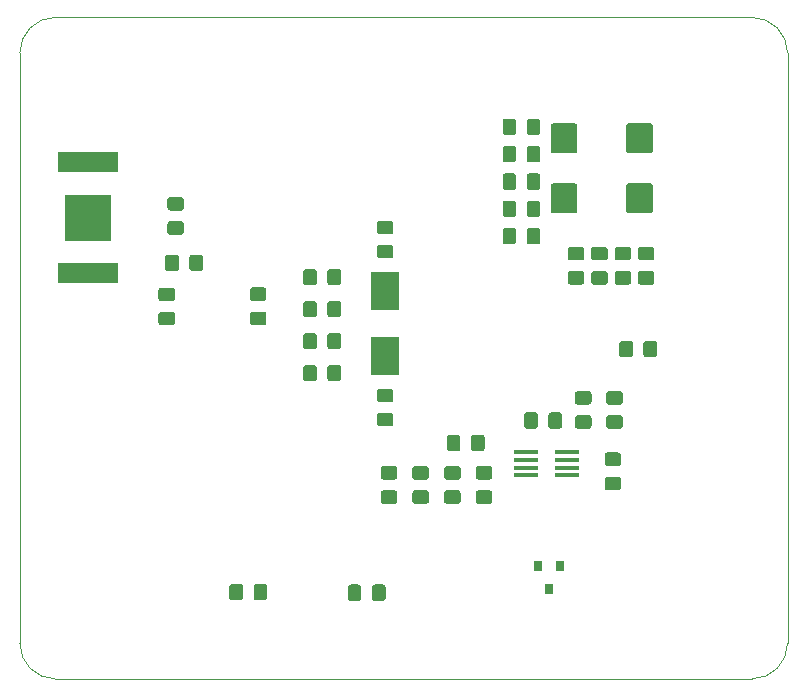
<source format=gbr>
G04 #@! TF.GenerationSoftware,KiCad,Pcbnew,(5.1.5-0-10_14)*
G04 #@! TF.CreationDate,2020-08-14T15:05:08-04:00*
G04 #@! TF.ProjectId,Raspberry-Pi-Hat,52617370-6265-4727-9279-2d50692d4861,rev?*
G04 #@! TF.SameCoordinates,Original*
G04 #@! TF.FileFunction,Paste,Bot*
G04 #@! TF.FilePolarity,Positive*
%FSLAX46Y46*%
G04 Gerber Fmt 4.6, Leading zero omitted, Abs format (unit mm)*
G04 Created by KiCad (PCBNEW (5.1.5-0-10_14)) date 2020-08-14 15:05:08*
%MOMM*%
%LPD*%
G04 APERTURE LIST*
%ADD10C,0.100000*%
%ADD11R,0.800000X0.900000*%
%ADD12R,2.400000X3.325000*%
%ADD13R,3.960000X3.960000*%
%ADD14R,5.080000X1.780000*%
%ADD15R,2.000000X0.400000*%
G04 APERTURE END LIST*
D10*
X78546356Y-63817611D02*
X78546356Y-113817611D01*
X78546356Y-63817611D02*
G75*
G02X81546356Y-60817611I3000000J0D01*
G01*
X140546356Y-60817611D02*
X81546356Y-60817611D01*
X140546356Y-60817611D02*
G75*
G02X143546356Y-63817611I0J-3000000D01*
G01*
X143546351Y-113822847D02*
X143546356Y-63817611D01*
X81546356Y-116817611D02*
G75*
G02X78546356Y-113817611I0J3000000D01*
G01*
X81546356Y-116817611D02*
X140546356Y-116817611D01*
X143546351Y-113822847D02*
G75*
G02X140546356Y-116817611I-2999995J5236D01*
G01*
D11*
X123350000Y-109250000D03*
X124300000Y-107250000D03*
X122400000Y-107250000D03*
D10*
G36*
X103464505Y-84814537D02*
G01*
X103488773Y-84818137D01*
X103512572Y-84824098D01*
X103535671Y-84832363D01*
X103557850Y-84842853D01*
X103578893Y-84855465D01*
X103598599Y-84870080D01*
X103616777Y-84886556D01*
X103633253Y-84904734D01*
X103647868Y-84924440D01*
X103660480Y-84945483D01*
X103670970Y-84967662D01*
X103679235Y-84990761D01*
X103685196Y-85014560D01*
X103688796Y-85038828D01*
X103690000Y-85063332D01*
X103690000Y-85963334D01*
X103688796Y-85987838D01*
X103685196Y-86012106D01*
X103679235Y-86035905D01*
X103670970Y-86059004D01*
X103660480Y-86081183D01*
X103647868Y-86102226D01*
X103633253Y-86121932D01*
X103616777Y-86140110D01*
X103598599Y-86156586D01*
X103578893Y-86171201D01*
X103557850Y-86183813D01*
X103535671Y-86194303D01*
X103512572Y-86202568D01*
X103488773Y-86208529D01*
X103464505Y-86212129D01*
X103440001Y-86213333D01*
X102789999Y-86213333D01*
X102765495Y-86212129D01*
X102741227Y-86208529D01*
X102717428Y-86202568D01*
X102694329Y-86194303D01*
X102672150Y-86183813D01*
X102651107Y-86171201D01*
X102631401Y-86156586D01*
X102613223Y-86140110D01*
X102596747Y-86121932D01*
X102582132Y-86102226D01*
X102569520Y-86081183D01*
X102559030Y-86059004D01*
X102550765Y-86035905D01*
X102544804Y-86012106D01*
X102541204Y-85987838D01*
X102540000Y-85963334D01*
X102540000Y-85063332D01*
X102541204Y-85038828D01*
X102544804Y-85014560D01*
X102550765Y-84990761D01*
X102559030Y-84967662D01*
X102569520Y-84945483D01*
X102582132Y-84924440D01*
X102596747Y-84904734D01*
X102613223Y-84886556D01*
X102631401Y-84870080D01*
X102651107Y-84855465D01*
X102672150Y-84842853D01*
X102694329Y-84832363D01*
X102717428Y-84824098D01*
X102741227Y-84818137D01*
X102765495Y-84814537D01*
X102789999Y-84813333D01*
X103440001Y-84813333D01*
X103464505Y-84814537D01*
G37*
G36*
X105514505Y-84814537D02*
G01*
X105538773Y-84818137D01*
X105562572Y-84824098D01*
X105585671Y-84832363D01*
X105607850Y-84842853D01*
X105628893Y-84855465D01*
X105648599Y-84870080D01*
X105666777Y-84886556D01*
X105683253Y-84904734D01*
X105697868Y-84924440D01*
X105710480Y-84945483D01*
X105720970Y-84967662D01*
X105729235Y-84990761D01*
X105735196Y-85014560D01*
X105738796Y-85038828D01*
X105740000Y-85063332D01*
X105740000Y-85963334D01*
X105738796Y-85987838D01*
X105735196Y-86012106D01*
X105729235Y-86035905D01*
X105720970Y-86059004D01*
X105710480Y-86081183D01*
X105697868Y-86102226D01*
X105683253Y-86121932D01*
X105666777Y-86140110D01*
X105648599Y-86156586D01*
X105628893Y-86171201D01*
X105607850Y-86183813D01*
X105585671Y-86194303D01*
X105562572Y-86202568D01*
X105538773Y-86208529D01*
X105514505Y-86212129D01*
X105490001Y-86213333D01*
X104839999Y-86213333D01*
X104815495Y-86212129D01*
X104791227Y-86208529D01*
X104767428Y-86202568D01*
X104744329Y-86194303D01*
X104722150Y-86183813D01*
X104701107Y-86171201D01*
X104681401Y-86156586D01*
X104663223Y-86140110D01*
X104646747Y-86121932D01*
X104632132Y-86102226D01*
X104619520Y-86081183D01*
X104609030Y-86059004D01*
X104600765Y-86035905D01*
X104594804Y-86012106D01*
X104591204Y-85987838D01*
X104590000Y-85963334D01*
X104590000Y-85063332D01*
X104591204Y-85038828D01*
X104594804Y-85014560D01*
X104600765Y-84990761D01*
X104609030Y-84967662D01*
X104619520Y-84945483D01*
X104632132Y-84924440D01*
X104646747Y-84904734D01*
X104663223Y-84886556D01*
X104681401Y-84870080D01*
X104701107Y-84855465D01*
X104722150Y-84842853D01*
X104744329Y-84832363D01*
X104767428Y-84824098D01*
X104791227Y-84818137D01*
X104815495Y-84814537D01*
X104839999Y-84813333D01*
X105490001Y-84813333D01*
X105514505Y-84814537D01*
G37*
G36*
X103464505Y-87523870D02*
G01*
X103488773Y-87527470D01*
X103512572Y-87533431D01*
X103535671Y-87541696D01*
X103557850Y-87552186D01*
X103578893Y-87564798D01*
X103598599Y-87579413D01*
X103616777Y-87595889D01*
X103633253Y-87614067D01*
X103647868Y-87633773D01*
X103660480Y-87654816D01*
X103670970Y-87676995D01*
X103679235Y-87700094D01*
X103685196Y-87723893D01*
X103688796Y-87748161D01*
X103690000Y-87772665D01*
X103690000Y-88672667D01*
X103688796Y-88697171D01*
X103685196Y-88721439D01*
X103679235Y-88745238D01*
X103670970Y-88768337D01*
X103660480Y-88790516D01*
X103647868Y-88811559D01*
X103633253Y-88831265D01*
X103616777Y-88849443D01*
X103598599Y-88865919D01*
X103578893Y-88880534D01*
X103557850Y-88893146D01*
X103535671Y-88903636D01*
X103512572Y-88911901D01*
X103488773Y-88917862D01*
X103464505Y-88921462D01*
X103440001Y-88922666D01*
X102789999Y-88922666D01*
X102765495Y-88921462D01*
X102741227Y-88917862D01*
X102717428Y-88911901D01*
X102694329Y-88903636D01*
X102672150Y-88893146D01*
X102651107Y-88880534D01*
X102631401Y-88865919D01*
X102613223Y-88849443D01*
X102596747Y-88831265D01*
X102582132Y-88811559D01*
X102569520Y-88790516D01*
X102559030Y-88768337D01*
X102550765Y-88745238D01*
X102544804Y-88721439D01*
X102541204Y-88697171D01*
X102540000Y-88672667D01*
X102540000Y-87772665D01*
X102541204Y-87748161D01*
X102544804Y-87723893D01*
X102550765Y-87700094D01*
X102559030Y-87676995D01*
X102569520Y-87654816D01*
X102582132Y-87633773D01*
X102596747Y-87614067D01*
X102613223Y-87595889D01*
X102631401Y-87579413D01*
X102651107Y-87564798D01*
X102672150Y-87552186D01*
X102694329Y-87541696D01*
X102717428Y-87533431D01*
X102741227Y-87527470D01*
X102765495Y-87523870D01*
X102789999Y-87522666D01*
X103440001Y-87522666D01*
X103464505Y-87523870D01*
G37*
G36*
X105514505Y-87523870D02*
G01*
X105538773Y-87527470D01*
X105562572Y-87533431D01*
X105585671Y-87541696D01*
X105607850Y-87552186D01*
X105628893Y-87564798D01*
X105648599Y-87579413D01*
X105666777Y-87595889D01*
X105683253Y-87614067D01*
X105697868Y-87633773D01*
X105710480Y-87654816D01*
X105720970Y-87676995D01*
X105729235Y-87700094D01*
X105735196Y-87723893D01*
X105738796Y-87748161D01*
X105740000Y-87772665D01*
X105740000Y-88672667D01*
X105738796Y-88697171D01*
X105735196Y-88721439D01*
X105729235Y-88745238D01*
X105720970Y-88768337D01*
X105710480Y-88790516D01*
X105697868Y-88811559D01*
X105683253Y-88831265D01*
X105666777Y-88849443D01*
X105648599Y-88865919D01*
X105628893Y-88880534D01*
X105607850Y-88893146D01*
X105585671Y-88903636D01*
X105562572Y-88911901D01*
X105538773Y-88917862D01*
X105514505Y-88921462D01*
X105490001Y-88922666D01*
X104839999Y-88922666D01*
X104815495Y-88921462D01*
X104791227Y-88917862D01*
X104767428Y-88911901D01*
X104744329Y-88903636D01*
X104722150Y-88893146D01*
X104701107Y-88880534D01*
X104681401Y-88865919D01*
X104663223Y-88849443D01*
X104646747Y-88831265D01*
X104632132Y-88811559D01*
X104619520Y-88790516D01*
X104609030Y-88768337D01*
X104600765Y-88745238D01*
X104594804Y-88721439D01*
X104591204Y-88697171D01*
X104590000Y-88672667D01*
X104590000Y-87772665D01*
X104591204Y-87748161D01*
X104594804Y-87723893D01*
X104600765Y-87700094D01*
X104609030Y-87676995D01*
X104619520Y-87654816D01*
X104632132Y-87633773D01*
X104646747Y-87614067D01*
X104663223Y-87595889D01*
X104681401Y-87579413D01*
X104701107Y-87564798D01*
X104722150Y-87552186D01*
X104744329Y-87541696D01*
X104767428Y-87533431D01*
X104791227Y-87527470D01*
X104815495Y-87523870D01*
X104839999Y-87522666D01*
X105490001Y-87522666D01*
X105514505Y-87523870D01*
G37*
G36*
X103464505Y-90233204D02*
G01*
X103488773Y-90236804D01*
X103512572Y-90242765D01*
X103535671Y-90251030D01*
X103557850Y-90261520D01*
X103578893Y-90274132D01*
X103598599Y-90288747D01*
X103616777Y-90305223D01*
X103633253Y-90323401D01*
X103647868Y-90343107D01*
X103660480Y-90364150D01*
X103670970Y-90386329D01*
X103679235Y-90409428D01*
X103685196Y-90433227D01*
X103688796Y-90457495D01*
X103690000Y-90481999D01*
X103690000Y-91382001D01*
X103688796Y-91406505D01*
X103685196Y-91430773D01*
X103679235Y-91454572D01*
X103670970Y-91477671D01*
X103660480Y-91499850D01*
X103647868Y-91520893D01*
X103633253Y-91540599D01*
X103616777Y-91558777D01*
X103598599Y-91575253D01*
X103578893Y-91589868D01*
X103557850Y-91602480D01*
X103535671Y-91612970D01*
X103512572Y-91621235D01*
X103488773Y-91627196D01*
X103464505Y-91630796D01*
X103440001Y-91632000D01*
X102789999Y-91632000D01*
X102765495Y-91630796D01*
X102741227Y-91627196D01*
X102717428Y-91621235D01*
X102694329Y-91612970D01*
X102672150Y-91602480D01*
X102651107Y-91589868D01*
X102631401Y-91575253D01*
X102613223Y-91558777D01*
X102596747Y-91540599D01*
X102582132Y-91520893D01*
X102569520Y-91499850D01*
X102559030Y-91477671D01*
X102550765Y-91454572D01*
X102544804Y-91430773D01*
X102541204Y-91406505D01*
X102540000Y-91382001D01*
X102540000Y-90481999D01*
X102541204Y-90457495D01*
X102544804Y-90433227D01*
X102550765Y-90409428D01*
X102559030Y-90386329D01*
X102569520Y-90364150D01*
X102582132Y-90343107D01*
X102596747Y-90323401D01*
X102613223Y-90305223D01*
X102631401Y-90288747D01*
X102651107Y-90274132D01*
X102672150Y-90261520D01*
X102694329Y-90251030D01*
X102717428Y-90242765D01*
X102741227Y-90236804D01*
X102765495Y-90233204D01*
X102789999Y-90232000D01*
X103440001Y-90232000D01*
X103464505Y-90233204D01*
G37*
G36*
X105514505Y-90233204D02*
G01*
X105538773Y-90236804D01*
X105562572Y-90242765D01*
X105585671Y-90251030D01*
X105607850Y-90261520D01*
X105628893Y-90274132D01*
X105648599Y-90288747D01*
X105666777Y-90305223D01*
X105683253Y-90323401D01*
X105697868Y-90343107D01*
X105710480Y-90364150D01*
X105720970Y-90386329D01*
X105729235Y-90409428D01*
X105735196Y-90433227D01*
X105738796Y-90457495D01*
X105740000Y-90481999D01*
X105740000Y-91382001D01*
X105738796Y-91406505D01*
X105735196Y-91430773D01*
X105729235Y-91454572D01*
X105720970Y-91477671D01*
X105710480Y-91499850D01*
X105697868Y-91520893D01*
X105683253Y-91540599D01*
X105666777Y-91558777D01*
X105648599Y-91575253D01*
X105628893Y-91589868D01*
X105607850Y-91602480D01*
X105585671Y-91612970D01*
X105562572Y-91621235D01*
X105538773Y-91627196D01*
X105514505Y-91630796D01*
X105490001Y-91632000D01*
X104839999Y-91632000D01*
X104815495Y-91630796D01*
X104791227Y-91627196D01*
X104767428Y-91621235D01*
X104744329Y-91612970D01*
X104722150Y-91602480D01*
X104701107Y-91589868D01*
X104681401Y-91575253D01*
X104663223Y-91558777D01*
X104646747Y-91540599D01*
X104632132Y-91520893D01*
X104619520Y-91499850D01*
X104609030Y-91477671D01*
X104600765Y-91454572D01*
X104594804Y-91430773D01*
X104591204Y-91406505D01*
X104590000Y-91382001D01*
X104590000Y-90481999D01*
X104591204Y-90457495D01*
X104594804Y-90433227D01*
X104600765Y-90409428D01*
X104609030Y-90386329D01*
X104619520Y-90364150D01*
X104632132Y-90343107D01*
X104646747Y-90323401D01*
X104663223Y-90305223D01*
X104681401Y-90288747D01*
X104701107Y-90274132D01*
X104722150Y-90261520D01*
X104744329Y-90251030D01*
X104767428Y-90242765D01*
X104791227Y-90236804D01*
X104815495Y-90233204D01*
X104839999Y-90232000D01*
X105490001Y-90232000D01*
X105514505Y-90233204D01*
G37*
G36*
X132274505Y-88201204D02*
G01*
X132298773Y-88204804D01*
X132322572Y-88210765D01*
X132345671Y-88219030D01*
X132367850Y-88229520D01*
X132388893Y-88242132D01*
X132408599Y-88256747D01*
X132426777Y-88273223D01*
X132443253Y-88291401D01*
X132457868Y-88311107D01*
X132470480Y-88332150D01*
X132480970Y-88354329D01*
X132489235Y-88377428D01*
X132495196Y-88401227D01*
X132498796Y-88425495D01*
X132500000Y-88449999D01*
X132500000Y-89350001D01*
X132498796Y-89374505D01*
X132495196Y-89398773D01*
X132489235Y-89422572D01*
X132480970Y-89445671D01*
X132470480Y-89467850D01*
X132457868Y-89488893D01*
X132443253Y-89508599D01*
X132426777Y-89526777D01*
X132408599Y-89543253D01*
X132388893Y-89557868D01*
X132367850Y-89570480D01*
X132345671Y-89580970D01*
X132322572Y-89589235D01*
X132298773Y-89595196D01*
X132274505Y-89598796D01*
X132250001Y-89600000D01*
X131599999Y-89600000D01*
X131575495Y-89598796D01*
X131551227Y-89595196D01*
X131527428Y-89589235D01*
X131504329Y-89580970D01*
X131482150Y-89570480D01*
X131461107Y-89557868D01*
X131441401Y-89543253D01*
X131423223Y-89526777D01*
X131406747Y-89508599D01*
X131392132Y-89488893D01*
X131379520Y-89467850D01*
X131369030Y-89445671D01*
X131360765Y-89422572D01*
X131354804Y-89398773D01*
X131351204Y-89374505D01*
X131350000Y-89350001D01*
X131350000Y-88449999D01*
X131351204Y-88425495D01*
X131354804Y-88401227D01*
X131360765Y-88377428D01*
X131369030Y-88354329D01*
X131379520Y-88332150D01*
X131392132Y-88311107D01*
X131406747Y-88291401D01*
X131423223Y-88273223D01*
X131441401Y-88256747D01*
X131461107Y-88242132D01*
X131482150Y-88229520D01*
X131504329Y-88219030D01*
X131527428Y-88210765D01*
X131551227Y-88204804D01*
X131575495Y-88201204D01*
X131599999Y-88200000D01*
X132250001Y-88200000D01*
X132274505Y-88201204D01*
G37*
G36*
X130224505Y-88201204D02*
G01*
X130248773Y-88204804D01*
X130272572Y-88210765D01*
X130295671Y-88219030D01*
X130317850Y-88229520D01*
X130338893Y-88242132D01*
X130358599Y-88256747D01*
X130376777Y-88273223D01*
X130393253Y-88291401D01*
X130407868Y-88311107D01*
X130420480Y-88332150D01*
X130430970Y-88354329D01*
X130439235Y-88377428D01*
X130445196Y-88401227D01*
X130448796Y-88425495D01*
X130450000Y-88449999D01*
X130450000Y-89350001D01*
X130448796Y-89374505D01*
X130445196Y-89398773D01*
X130439235Y-89422572D01*
X130430970Y-89445671D01*
X130420480Y-89467850D01*
X130407868Y-89488893D01*
X130393253Y-89508599D01*
X130376777Y-89526777D01*
X130358599Y-89543253D01*
X130338893Y-89557868D01*
X130317850Y-89570480D01*
X130295671Y-89580970D01*
X130272572Y-89589235D01*
X130248773Y-89595196D01*
X130224505Y-89598796D01*
X130200001Y-89600000D01*
X129549999Y-89600000D01*
X129525495Y-89598796D01*
X129501227Y-89595196D01*
X129477428Y-89589235D01*
X129454329Y-89580970D01*
X129432150Y-89570480D01*
X129411107Y-89557868D01*
X129391401Y-89543253D01*
X129373223Y-89526777D01*
X129356747Y-89508599D01*
X129342132Y-89488893D01*
X129329520Y-89467850D01*
X129319030Y-89445671D01*
X129310765Y-89422572D01*
X129304804Y-89398773D01*
X129301204Y-89374505D01*
X129300000Y-89350001D01*
X129300000Y-88449999D01*
X129301204Y-88425495D01*
X129304804Y-88401227D01*
X129310765Y-88377428D01*
X129319030Y-88354329D01*
X129329520Y-88332150D01*
X129342132Y-88311107D01*
X129356747Y-88291401D01*
X129373223Y-88273223D01*
X129391401Y-88256747D01*
X129411107Y-88242132D01*
X129432150Y-88229520D01*
X129454329Y-88219030D01*
X129477428Y-88210765D01*
X129501227Y-88204804D01*
X129525495Y-88201204D01*
X129549999Y-88200000D01*
X130200001Y-88200000D01*
X130224505Y-88201204D01*
G37*
G36*
X115641171Y-100851204D02*
G01*
X115665439Y-100854804D01*
X115689238Y-100860765D01*
X115712337Y-100869030D01*
X115734516Y-100879520D01*
X115755559Y-100892132D01*
X115775265Y-100906747D01*
X115793443Y-100923223D01*
X115809919Y-100941401D01*
X115824534Y-100961107D01*
X115837146Y-100982150D01*
X115847636Y-101004329D01*
X115855901Y-101027428D01*
X115861862Y-101051227D01*
X115865462Y-101075495D01*
X115866666Y-101099999D01*
X115866666Y-101750001D01*
X115865462Y-101774505D01*
X115861862Y-101798773D01*
X115855901Y-101822572D01*
X115847636Y-101845671D01*
X115837146Y-101867850D01*
X115824534Y-101888893D01*
X115809919Y-101908599D01*
X115793443Y-101926777D01*
X115775265Y-101943253D01*
X115755559Y-101957868D01*
X115734516Y-101970480D01*
X115712337Y-101980970D01*
X115689238Y-101989235D01*
X115665439Y-101995196D01*
X115641171Y-101998796D01*
X115616667Y-102000000D01*
X114716665Y-102000000D01*
X114692161Y-101998796D01*
X114667893Y-101995196D01*
X114644094Y-101989235D01*
X114620995Y-101980970D01*
X114598816Y-101970480D01*
X114577773Y-101957868D01*
X114558067Y-101943253D01*
X114539889Y-101926777D01*
X114523413Y-101908599D01*
X114508798Y-101888893D01*
X114496186Y-101867850D01*
X114485696Y-101845671D01*
X114477431Y-101822572D01*
X114471470Y-101798773D01*
X114467870Y-101774505D01*
X114466666Y-101750001D01*
X114466666Y-101099999D01*
X114467870Y-101075495D01*
X114471470Y-101051227D01*
X114477431Y-101027428D01*
X114485696Y-101004329D01*
X114496186Y-100982150D01*
X114508798Y-100961107D01*
X114523413Y-100941401D01*
X114539889Y-100923223D01*
X114558067Y-100906747D01*
X114577773Y-100892132D01*
X114598816Y-100879520D01*
X114620995Y-100869030D01*
X114644094Y-100860765D01*
X114667893Y-100854804D01*
X114692161Y-100851204D01*
X114716665Y-100850000D01*
X115616667Y-100850000D01*
X115641171Y-100851204D01*
G37*
G36*
X115641171Y-98801204D02*
G01*
X115665439Y-98804804D01*
X115689238Y-98810765D01*
X115712337Y-98819030D01*
X115734516Y-98829520D01*
X115755559Y-98842132D01*
X115775265Y-98856747D01*
X115793443Y-98873223D01*
X115809919Y-98891401D01*
X115824534Y-98911107D01*
X115837146Y-98932150D01*
X115847636Y-98954329D01*
X115855901Y-98977428D01*
X115861862Y-99001227D01*
X115865462Y-99025495D01*
X115866666Y-99049999D01*
X115866666Y-99700001D01*
X115865462Y-99724505D01*
X115861862Y-99748773D01*
X115855901Y-99772572D01*
X115847636Y-99795671D01*
X115837146Y-99817850D01*
X115824534Y-99838893D01*
X115809919Y-99858599D01*
X115793443Y-99876777D01*
X115775265Y-99893253D01*
X115755559Y-99907868D01*
X115734516Y-99920480D01*
X115712337Y-99930970D01*
X115689238Y-99939235D01*
X115665439Y-99945196D01*
X115641171Y-99948796D01*
X115616667Y-99950000D01*
X114716665Y-99950000D01*
X114692161Y-99948796D01*
X114667893Y-99945196D01*
X114644094Y-99939235D01*
X114620995Y-99930970D01*
X114598816Y-99920480D01*
X114577773Y-99907868D01*
X114558067Y-99893253D01*
X114539889Y-99876777D01*
X114523413Y-99858599D01*
X114508798Y-99838893D01*
X114496186Y-99817850D01*
X114485696Y-99795671D01*
X114477431Y-99772572D01*
X114471470Y-99748773D01*
X114467870Y-99724505D01*
X114466666Y-99700001D01*
X114466666Y-99049999D01*
X114467870Y-99025495D01*
X114471470Y-99001227D01*
X114477431Y-98977428D01*
X114485696Y-98954329D01*
X114496186Y-98932150D01*
X114508798Y-98911107D01*
X114523413Y-98891401D01*
X114539889Y-98873223D01*
X114558067Y-98856747D01*
X114577773Y-98842132D01*
X114598816Y-98829520D01*
X114620995Y-98819030D01*
X114644094Y-98810765D01*
X114667893Y-98804804D01*
X114692161Y-98801204D01*
X114716665Y-98800000D01*
X115616667Y-98800000D01*
X115641171Y-98801204D01*
G37*
G36*
X112957838Y-100851204D02*
G01*
X112982106Y-100854804D01*
X113005905Y-100860765D01*
X113029004Y-100869030D01*
X113051183Y-100879520D01*
X113072226Y-100892132D01*
X113091932Y-100906747D01*
X113110110Y-100923223D01*
X113126586Y-100941401D01*
X113141201Y-100961107D01*
X113153813Y-100982150D01*
X113164303Y-101004329D01*
X113172568Y-101027428D01*
X113178529Y-101051227D01*
X113182129Y-101075495D01*
X113183333Y-101099999D01*
X113183333Y-101750001D01*
X113182129Y-101774505D01*
X113178529Y-101798773D01*
X113172568Y-101822572D01*
X113164303Y-101845671D01*
X113153813Y-101867850D01*
X113141201Y-101888893D01*
X113126586Y-101908599D01*
X113110110Y-101926777D01*
X113091932Y-101943253D01*
X113072226Y-101957868D01*
X113051183Y-101970480D01*
X113029004Y-101980970D01*
X113005905Y-101989235D01*
X112982106Y-101995196D01*
X112957838Y-101998796D01*
X112933334Y-102000000D01*
X112033332Y-102000000D01*
X112008828Y-101998796D01*
X111984560Y-101995196D01*
X111960761Y-101989235D01*
X111937662Y-101980970D01*
X111915483Y-101970480D01*
X111894440Y-101957868D01*
X111874734Y-101943253D01*
X111856556Y-101926777D01*
X111840080Y-101908599D01*
X111825465Y-101888893D01*
X111812853Y-101867850D01*
X111802363Y-101845671D01*
X111794098Y-101822572D01*
X111788137Y-101798773D01*
X111784537Y-101774505D01*
X111783333Y-101750001D01*
X111783333Y-101099999D01*
X111784537Y-101075495D01*
X111788137Y-101051227D01*
X111794098Y-101027428D01*
X111802363Y-101004329D01*
X111812853Y-100982150D01*
X111825465Y-100961107D01*
X111840080Y-100941401D01*
X111856556Y-100923223D01*
X111874734Y-100906747D01*
X111894440Y-100892132D01*
X111915483Y-100879520D01*
X111937662Y-100869030D01*
X111960761Y-100860765D01*
X111984560Y-100854804D01*
X112008828Y-100851204D01*
X112033332Y-100850000D01*
X112933334Y-100850000D01*
X112957838Y-100851204D01*
G37*
G36*
X112957838Y-98801204D02*
G01*
X112982106Y-98804804D01*
X113005905Y-98810765D01*
X113029004Y-98819030D01*
X113051183Y-98829520D01*
X113072226Y-98842132D01*
X113091932Y-98856747D01*
X113110110Y-98873223D01*
X113126586Y-98891401D01*
X113141201Y-98911107D01*
X113153813Y-98932150D01*
X113164303Y-98954329D01*
X113172568Y-98977428D01*
X113178529Y-99001227D01*
X113182129Y-99025495D01*
X113183333Y-99049999D01*
X113183333Y-99700001D01*
X113182129Y-99724505D01*
X113178529Y-99748773D01*
X113172568Y-99772572D01*
X113164303Y-99795671D01*
X113153813Y-99817850D01*
X113141201Y-99838893D01*
X113126586Y-99858599D01*
X113110110Y-99876777D01*
X113091932Y-99893253D01*
X113072226Y-99907868D01*
X113051183Y-99920480D01*
X113029004Y-99930970D01*
X113005905Y-99939235D01*
X112982106Y-99945196D01*
X112957838Y-99948796D01*
X112933334Y-99950000D01*
X112033332Y-99950000D01*
X112008828Y-99948796D01*
X111984560Y-99945196D01*
X111960761Y-99939235D01*
X111937662Y-99930970D01*
X111915483Y-99920480D01*
X111894440Y-99907868D01*
X111874734Y-99893253D01*
X111856556Y-99876777D01*
X111840080Y-99858599D01*
X111825465Y-99838893D01*
X111812853Y-99817850D01*
X111802363Y-99795671D01*
X111794098Y-99772572D01*
X111788137Y-99748773D01*
X111784537Y-99724505D01*
X111783333Y-99700001D01*
X111783333Y-99049999D01*
X111784537Y-99025495D01*
X111788137Y-99001227D01*
X111794098Y-98977428D01*
X111802363Y-98954329D01*
X111812853Y-98932150D01*
X111825465Y-98911107D01*
X111840080Y-98891401D01*
X111856556Y-98873223D01*
X111874734Y-98856747D01*
X111894440Y-98842132D01*
X111915483Y-98829520D01*
X111937662Y-98819030D01*
X111960761Y-98810765D01*
X111984560Y-98804804D01*
X112008828Y-98801204D01*
X112033332Y-98800000D01*
X112933334Y-98800000D01*
X112957838Y-98801204D01*
G37*
G36*
X109284805Y-108831084D02*
G01*
X109309073Y-108834684D01*
X109332872Y-108840645D01*
X109355971Y-108848910D01*
X109378150Y-108859400D01*
X109399193Y-108872012D01*
X109418899Y-108886627D01*
X109437077Y-108903103D01*
X109453553Y-108921281D01*
X109468168Y-108940987D01*
X109480780Y-108962030D01*
X109491270Y-108984209D01*
X109499535Y-109007308D01*
X109505496Y-109031107D01*
X109509096Y-109055375D01*
X109510300Y-109079879D01*
X109510300Y-109979881D01*
X109509096Y-110004385D01*
X109505496Y-110028653D01*
X109499535Y-110052452D01*
X109491270Y-110075551D01*
X109480780Y-110097730D01*
X109468168Y-110118773D01*
X109453553Y-110138479D01*
X109437077Y-110156657D01*
X109418899Y-110173133D01*
X109399193Y-110187748D01*
X109378150Y-110200360D01*
X109355971Y-110210850D01*
X109332872Y-110219115D01*
X109309073Y-110225076D01*
X109284805Y-110228676D01*
X109260301Y-110229880D01*
X108610299Y-110229880D01*
X108585795Y-110228676D01*
X108561527Y-110225076D01*
X108537728Y-110219115D01*
X108514629Y-110210850D01*
X108492450Y-110200360D01*
X108471407Y-110187748D01*
X108451701Y-110173133D01*
X108433523Y-110156657D01*
X108417047Y-110138479D01*
X108402432Y-110118773D01*
X108389820Y-110097730D01*
X108379330Y-110075551D01*
X108371065Y-110052452D01*
X108365104Y-110028653D01*
X108361504Y-110004385D01*
X108360300Y-109979881D01*
X108360300Y-109079879D01*
X108361504Y-109055375D01*
X108365104Y-109031107D01*
X108371065Y-109007308D01*
X108379330Y-108984209D01*
X108389820Y-108962030D01*
X108402432Y-108940987D01*
X108417047Y-108921281D01*
X108433523Y-108903103D01*
X108451701Y-108886627D01*
X108471407Y-108872012D01*
X108492450Y-108859400D01*
X108514629Y-108848910D01*
X108537728Y-108840645D01*
X108561527Y-108834684D01*
X108585795Y-108831084D01*
X108610299Y-108829880D01*
X109260301Y-108829880D01*
X109284805Y-108831084D01*
G37*
G36*
X107234805Y-108831084D02*
G01*
X107259073Y-108834684D01*
X107282872Y-108840645D01*
X107305971Y-108848910D01*
X107328150Y-108859400D01*
X107349193Y-108872012D01*
X107368899Y-108886627D01*
X107387077Y-108903103D01*
X107403553Y-108921281D01*
X107418168Y-108940987D01*
X107430780Y-108962030D01*
X107441270Y-108984209D01*
X107449535Y-109007308D01*
X107455496Y-109031107D01*
X107459096Y-109055375D01*
X107460300Y-109079879D01*
X107460300Y-109979881D01*
X107459096Y-110004385D01*
X107455496Y-110028653D01*
X107449535Y-110052452D01*
X107441270Y-110075551D01*
X107430780Y-110097730D01*
X107418168Y-110118773D01*
X107403553Y-110138479D01*
X107387077Y-110156657D01*
X107368899Y-110173133D01*
X107349193Y-110187748D01*
X107328150Y-110200360D01*
X107305971Y-110210850D01*
X107282872Y-110219115D01*
X107259073Y-110225076D01*
X107234805Y-110228676D01*
X107210301Y-110229880D01*
X106560299Y-110229880D01*
X106535795Y-110228676D01*
X106511527Y-110225076D01*
X106487728Y-110219115D01*
X106464629Y-110210850D01*
X106442450Y-110200360D01*
X106421407Y-110187748D01*
X106401701Y-110173133D01*
X106383523Y-110156657D01*
X106367047Y-110138479D01*
X106352432Y-110118773D01*
X106339820Y-110097730D01*
X106329330Y-110075551D01*
X106321065Y-110052452D01*
X106315104Y-110028653D01*
X106311504Y-110004385D01*
X106310300Y-109979881D01*
X106310300Y-109079879D01*
X106311504Y-109055375D01*
X106315104Y-109031107D01*
X106321065Y-109007308D01*
X106329330Y-108984209D01*
X106339820Y-108962030D01*
X106352432Y-108940987D01*
X106367047Y-108921281D01*
X106383523Y-108903103D01*
X106401701Y-108886627D01*
X106421407Y-108872012D01*
X106442450Y-108859400D01*
X106464629Y-108848910D01*
X106487728Y-108840645D01*
X106511527Y-108834684D01*
X106535795Y-108831084D01*
X106560299Y-108829880D01*
X107210301Y-108829880D01*
X107234805Y-108831084D01*
G37*
G36*
X103464505Y-82105204D02*
G01*
X103488773Y-82108804D01*
X103512572Y-82114765D01*
X103535671Y-82123030D01*
X103557850Y-82133520D01*
X103578893Y-82146132D01*
X103598599Y-82160747D01*
X103616777Y-82177223D01*
X103633253Y-82195401D01*
X103647868Y-82215107D01*
X103660480Y-82236150D01*
X103670970Y-82258329D01*
X103679235Y-82281428D01*
X103685196Y-82305227D01*
X103688796Y-82329495D01*
X103690000Y-82353999D01*
X103690000Y-83254001D01*
X103688796Y-83278505D01*
X103685196Y-83302773D01*
X103679235Y-83326572D01*
X103670970Y-83349671D01*
X103660480Y-83371850D01*
X103647868Y-83392893D01*
X103633253Y-83412599D01*
X103616777Y-83430777D01*
X103598599Y-83447253D01*
X103578893Y-83461868D01*
X103557850Y-83474480D01*
X103535671Y-83484970D01*
X103512572Y-83493235D01*
X103488773Y-83499196D01*
X103464505Y-83502796D01*
X103440001Y-83504000D01*
X102789999Y-83504000D01*
X102765495Y-83502796D01*
X102741227Y-83499196D01*
X102717428Y-83493235D01*
X102694329Y-83484970D01*
X102672150Y-83474480D01*
X102651107Y-83461868D01*
X102631401Y-83447253D01*
X102613223Y-83430777D01*
X102596747Y-83412599D01*
X102582132Y-83392893D01*
X102569520Y-83371850D01*
X102559030Y-83349671D01*
X102550765Y-83326572D01*
X102544804Y-83302773D01*
X102541204Y-83278505D01*
X102540000Y-83254001D01*
X102540000Y-82353999D01*
X102541204Y-82329495D01*
X102544804Y-82305227D01*
X102550765Y-82281428D01*
X102559030Y-82258329D01*
X102569520Y-82236150D01*
X102582132Y-82215107D01*
X102596747Y-82195401D01*
X102613223Y-82177223D01*
X102631401Y-82160747D01*
X102651107Y-82146132D01*
X102672150Y-82133520D01*
X102694329Y-82123030D01*
X102717428Y-82114765D01*
X102741227Y-82108804D01*
X102765495Y-82105204D01*
X102789999Y-82104000D01*
X103440001Y-82104000D01*
X103464505Y-82105204D01*
G37*
G36*
X105514505Y-82105204D02*
G01*
X105538773Y-82108804D01*
X105562572Y-82114765D01*
X105585671Y-82123030D01*
X105607850Y-82133520D01*
X105628893Y-82146132D01*
X105648599Y-82160747D01*
X105666777Y-82177223D01*
X105683253Y-82195401D01*
X105697868Y-82215107D01*
X105710480Y-82236150D01*
X105720970Y-82258329D01*
X105729235Y-82281428D01*
X105735196Y-82305227D01*
X105738796Y-82329495D01*
X105740000Y-82353999D01*
X105740000Y-83254001D01*
X105738796Y-83278505D01*
X105735196Y-83302773D01*
X105729235Y-83326572D01*
X105720970Y-83349671D01*
X105710480Y-83371850D01*
X105697868Y-83392893D01*
X105683253Y-83412599D01*
X105666777Y-83430777D01*
X105648599Y-83447253D01*
X105628893Y-83461868D01*
X105607850Y-83474480D01*
X105585671Y-83484970D01*
X105562572Y-83493235D01*
X105538773Y-83499196D01*
X105514505Y-83502796D01*
X105490001Y-83504000D01*
X104839999Y-83504000D01*
X104815495Y-83502796D01*
X104791227Y-83499196D01*
X104767428Y-83493235D01*
X104744329Y-83484970D01*
X104722150Y-83474480D01*
X104701107Y-83461868D01*
X104681401Y-83447253D01*
X104663223Y-83430777D01*
X104646747Y-83412599D01*
X104632132Y-83392893D01*
X104619520Y-83371850D01*
X104609030Y-83349671D01*
X104600765Y-83326572D01*
X104594804Y-83302773D01*
X104591204Y-83278505D01*
X104590000Y-83254001D01*
X104590000Y-82353999D01*
X104591204Y-82329495D01*
X104594804Y-82305227D01*
X104600765Y-82281428D01*
X104609030Y-82258329D01*
X104619520Y-82236150D01*
X104632132Y-82215107D01*
X104646747Y-82195401D01*
X104663223Y-82177223D01*
X104681401Y-82160747D01*
X104701107Y-82146132D01*
X104722150Y-82133520D01*
X104744329Y-82123030D01*
X104767428Y-82114765D01*
X104791227Y-82108804D01*
X104815495Y-82105204D01*
X104839999Y-82104000D01*
X105490001Y-82104000D01*
X105514505Y-82105204D01*
G37*
G36*
X99256885Y-108780284D02*
G01*
X99281153Y-108783884D01*
X99304952Y-108789845D01*
X99328051Y-108798110D01*
X99350230Y-108808600D01*
X99371273Y-108821212D01*
X99390979Y-108835827D01*
X99409157Y-108852303D01*
X99425633Y-108870481D01*
X99440248Y-108890187D01*
X99452860Y-108911230D01*
X99463350Y-108933409D01*
X99471615Y-108956508D01*
X99477576Y-108980307D01*
X99481176Y-109004575D01*
X99482380Y-109029079D01*
X99482380Y-109929081D01*
X99481176Y-109953585D01*
X99477576Y-109977853D01*
X99471615Y-110001652D01*
X99463350Y-110024751D01*
X99452860Y-110046930D01*
X99440248Y-110067973D01*
X99425633Y-110087679D01*
X99409157Y-110105857D01*
X99390979Y-110122333D01*
X99371273Y-110136948D01*
X99350230Y-110149560D01*
X99328051Y-110160050D01*
X99304952Y-110168315D01*
X99281153Y-110174276D01*
X99256885Y-110177876D01*
X99232381Y-110179080D01*
X98582379Y-110179080D01*
X98557875Y-110177876D01*
X98533607Y-110174276D01*
X98509808Y-110168315D01*
X98486709Y-110160050D01*
X98464530Y-110149560D01*
X98443487Y-110136948D01*
X98423781Y-110122333D01*
X98405603Y-110105857D01*
X98389127Y-110087679D01*
X98374512Y-110067973D01*
X98361900Y-110046930D01*
X98351410Y-110024751D01*
X98343145Y-110001652D01*
X98337184Y-109977853D01*
X98333584Y-109953585D01*
X98332380Y-109929081D01*
X98332380Y-109029079D01*
X98333584Y-109004575D01*
X98337184Y-108980307D01*
X98343145Y-108956508D01*
X98351410Y-108933409D01*
X98361900Y-108911230D01*
X98374512Y-108890187D01*
X98389127Y-108870481D01*
X98405603Y-108852303D01*
X98423781Y-108835827D01*
X98443487Y-108821212D01*
X98464530Y-108808600D01*
X98486709Y-108798110D01*
X98509808Y-108789845D01*
X98533607Y-108783884D01*
X98557875Y-108780284D01*
X98582379Y-108779080D01*
X99232381Y-108779080D01*
X99256885Y-108780284D01*
G37*
G36*
X97206885Y-108780284D02*
G01*
X97231153Y-108783884D01*
X97254952Y-108789845D01*
X97278051Y-108798110D01*
X97300230Y-108808600D01*
X97321273Y-108821212D01*
X97340979Y-108835827D01*
X97359157Y-108852303D01*
X97375633Y-108870481D01*
X97390248Y-108890187D01*
X97402860Y-108911230D01*
X97413350Y-108933409D01*
X97421615Y-108956508D01*
X97427576Y-108980307D01*
X97431176Y-109004575D01*
X97432380Y-109029079D01*
X97432380Y-109929081D01*
X97431176Y-109953585D01*
X97427576Y-109977853D01*
X97421615Y-110001652D01*
X97413350Y-110024751D01*
X97402860Y-110046930D01*
X97390248Y-110067973D01*
X97375633Y-110087679D01*
X97359157Y-110105857D01*
X97340979Y-110122333D01*
X97321273Y-110136948D01*
X97300230Y-110149560D01*
X97278051Y-110160050D01*
X97254952Y-110168315D01*
X97231153Y-110174276D01*
X97206885Y-110177876D01*
X97182381Y-110179080D01*
X96532379Y-110179080D01*
X96507875Y-110177876D01*
X96483607Y-110174276D01*
X96459808Y-110168315D01*
X96436709Y-110160050D01*
X96414530Y-110149560D01*
X96393487Y-110136948D01*
X96373781Y-110122333D01*
X96355603Y-110105857D01*
X96339127Y-110087679D01*
X96324512Y-110067973D01*
X96311900Y-110046930D01*
X96301410Y-110024751D01*
X96293145Y-110001652D01*
X96287184Y-109977853D01*
X96283584Y-109953585D01*
X96282380Y-109929081D01*
X96282380Y-109029079D01*
X96283584Y-109004575D01*
X96287184Y-108980307D01*
X96293145Y-108956508D01*
X96301410Y-108933409D01*
X96311900Y-108911230D01*
X96324512Y-108890187D01*
X96339127Y-108870481D01*
X96355603Y-108852303D01*
X96373781Y-108835827D01*
X96393487Y-108821212D01*
X96414530Y-108808600D01*
X96436709Y-108798110D01*
X96459808Y-108789845D01*
X96483607Y-108783884D01*
X96507875Y-108780284D01*
X96532379Y-108779080D01*
X97182381Y-108779080D01*
X97206885Y-108780284D01*
G37*
G36*
X122174505Y-94251204D02*
G01*
X122198773Y-94254804D01*
X122222572Y-94260765D01*
X122245671Y-94269030D01*
X122267850Y-94279520D01*
X122288893Y-94292132D01*
X122308599Y-94306747D01*
X122326777Y-94323223D01*
X122343253Y-94341401D01*
X122357868Y-94361107D01*
X122370480Y-94382150D01*
X122380970Y-94404329D01*
X122389235Y-94427428D01*
X122395196Y-94451227D01*
X122398796Y-94475495D01*
X122400000Y-94499999D01*
X122400000Y-95400001D01*
X122398796Y-95424505D01*
X122395196Y-95448773D01*
X122389235Y-95472572D01*
X122380970Y-95495671D01*
X122370480Y-95517850D01*
X122357868Y-95538893D01*
X122343253Y-95558599D01*
X122326777Y-95576777D01*
X122308599Y-95593253D01*
X122288893Y-95607868D01*
X122267850Y-95620480D01*
X122245671Y-95630970D01*
X122222572Y-95639235D01*
X122198773Y-95645196D01*
X122174505Y-95648796D01*
X122150001Y-95650000D01*
X121499999Y-95650000D01*
X121475495Y-95648796D01*
X121451227Y-95645196D01*
X121427428Y-95639235D01*
X121404329Y-95630970D01*
X121382150Y-95620480D01*
X121361107Y-95607868D01*
X121341401Y-95593253D01*
X121323223Y-95576777D01*
X121306747Y-95558599D01*
X121292132Y-95538893D01*
X121279520Y-95517850D01*
X121269030Y-95495671D01*
X121260765Y-95472572D01*
X121254804Y-95448773D01*
X121251204Y-95424505D01*
X121250000Y-95400001D01*
X121250000Y-94499999D01*
X121251204Y-94475495D01*
X121254804Y-94451227D01*
X121260765Y-94427428D01*
X121269030Y-94404329D01*
X121279520Y-94382150D01*
X121292132Y-94361107D01*
X121306747Y-94341401D01*
X121323223Y-94323223D01*
X121341401Y-94306747D01*
X121361107Y-94292132D01*
X121382150Y-94279520D01*
X121404329Y-94269030D01*
X121427428Y-94260765D01*
X121451227Y-94254804D01*
X121475495Y-94251204D01*
X121499999Y-94250000D01*
X122150001Y-94250000D01*
X122174505Y-94251204D01*
G37*
G36*
X124224505Y-94251204D02*
G01*
X124248773Y-94254804D01*
X124272572Y-94260765D01*
X124295671Y-94269030D01*
X124317850Y-94279520D01*
X124338893Y-94292132D01*
X124358599Y-94306747D01*
X124376777Y-94323223D01*
X124393253Y-94341401D01*
X124407868Y-94361107D01*
X124420480Y-94382150D01*
X124430970Y-94404329D01*
X124439235Y-94427428D01*
X124445196Y-94451227D01*
X124448796Y-94475495D01*
X124450000Y-94499999D01*
X124450000Y-95400001D01*
X124448796Y-95424505D01*
X124445196Y-95448773D01*
X124439235Y-95472572D01*
X124430970Y-95495671D01*
X124420480Y-95517850D01*
X124407868Y-95538893D01*
X124393253Y-95558599D01*
X124376777Y-95576777D01*
X124358599Y-95593253D01*
X124338893Y-95607868D01*
X124317850Y-95620480D01*
X124295671Y-95630970D01*
X124272572Y-95639235D01*
X124248773Y-95645196D01*
X124224505Y-95648796D01*
X124200001Y-95650000D01*
X123549999Y-95650000D01*
X123525495Y-95648796D01*
X123501227Y-95645196D01*
X123477428Y-95639235D01*
X123454329Y-95630970D01*
X123432150Y-95620480D01*
X123411107Y-95607868D01*
X123391401Y-95593253D01*
X123373223Y-95576777D01*
X123356747Y-95558599D01*
X123342132Y-95538893D01*
X123329520Y-95517850D01*
X123319030Y-95495671D01*
X123310765Y-95472572D01*
X123304804Y-95448773D01*
X123301204Y-95424505D01*
X123300000Y-95400001D01*
X123300000Y-94499999D01*
X123301204Y-94475495D01*
X123304804Y-94451227D01*
X123310765Y-94427428D01*
X123319030Y-94404329D01*
X123329520Y-94382150D01*
X123342132Y-94361107D01*
X123356747Y-94341401D01*
X123373223Y-94323223D01*
X123391401Y-94306747D01*
X123411107Y-94292132D01*
X123432150Y-94279520D01*
X123454329Y-94269030D01*
X123477428Y-94260765D01*
X123501227Y-94254804D01*
X123525495Y-94251204D01*
X123549999Y-94250000D01*
X124200001Y-94250000D01*
X124224505Y-94251204D01*
G37*
G36*
X126724505Y-92451204D02*
G01*
X126748773Y-92454804D01*
X126772572Y-92460765D01*
X126795671Y-92469030D01*
X126817850Y-92479520D01*
X126838893Y-92492132D01*
X126858599Y-92506747D01*
X126876777Y-92523223D01*
X126893253Y-92541401D01*
X126907868Y-92561107D01*
X126920480Y-92582150D01*
X126930970Y-92604329D01*
X126939235Y-92627428D01*
X126945196Y-92651227D01*
X126948796Y-92675495D01*
X126950000Y-92699999D01*
X126950000Y-93350001D01*
X126948796Y-93374505D01*
X126945196Y-93398773D01*
X126939235Y-93422572D01*
X126930970Y-93445671D01*
X126920480Y-93467850D01*
X126907868Y-93488893D01*
X126893253Y-93508599D01*
X126876777Y-93526777D01*
X126858599Y-93543253D01*
X126838893Y-93557868D01*
X126817850Y-93570480D01*
X126795671Y-93580970D01*
X126772572Y-93589235D01*
X126748773Y-93595196D01*
X126724505Y-93598796D01*
X126700001Y-93600000D01*
X125799999Y-93600000D01*
X125775495Y-93598796D01*
X125751227Y-93595196D01*
X125727428Y-93589235D01*
X125704329Y-93580970D01*
X125682150Y-93570480D01*
X125661107Y-93557868D01*
X125641401Y-93543253D01*
X125623223Y-93526777D01*
X125606747Y-93508599D01*
X125592132Y-93488893D01*
X125579520Y-93467850D01*
X125569030Y-93445671D01*
X125560765Y-93422572D01*
X125554804Y-93398773D01*
X125551204Y-93374505D01*
X125550000Y-93350001D01*
X125550000Y-92699999D01*
X125551204Y-92675495D01*
X125554804Y-92651227D01*
X125560765Y-92627428D01*
X125569030Y-92604329D01*
X125579520Y-92582150D01*
X125592132Y-92561107D01*
X125606747Y-92541401D01*
X125623223Y-92523223D01*
X125641401Y-92506747D01*
X125661107Y-92492132D01*
X125682150Y-92479520D01*
X125704329Y-92469030D01*
X125727428Y-92460765D01*
X125751227Y-92454804D01*
X125775495Y-92451204D01*
X125799999Y-92450000D01*
X126700001Y-92450000D01*
X126724505Y-92451204D01*
G37*
G36*
X126724505Y-94501204D02*
G01*
X126748773Y-94504804D01*
X126772572Y-94510765D01*
X126795671Y-94519030D01*
X126817850Y-94529520D01*
X126838893Y-94542132D01*
X126858599Y-94556747D01*
X126876777Y-94573223D01*
X126893253Y-94591401D01*
X126907868Y-94611107D01*
X126920480Y-94632150D01*
X126930970Y-94654329D01*
X126939235Y-94677428D01*
X126945196Y-94701227D01*
X126948796Y-94725495D01*
X126950000Y-94749999D01*
X126950000Y-95400001D01*
X126948796Y-95424505D01*
X126945196Y-95448773D01*
X126939235Y-95472572D01*
X126930970Y-95495671D01*
X126920480Y-95517850D01*
X126907868Y-95538893D01*
X126893253Y-95558599D01*
X126876777Y-95576777D01*
X126858599Y-95593253D01*
X126838893Y-95607868D01*
X126817850Y-95620480D01*
X126795671Y-95630970D01*
X126772572Y-95639235D01*
X126748773Y-95645196D01*
X126724505Y-95648796D01*
X126700001Y-95650000D01*
X125799999Y-95650000D01*
X125775495Y-95648796D01*
X125751227Y-95645196D01*
X125727428Y-95639235D01*
X125704329Y-95630970D01*
X125682150Y-95620480D01*
X125661107Y-95607868D01*
X125641401Y-95593253D01*
X125623223Y-95576777D01*
X125606747Y-95558599D01*
X125592132Y-95538893D01*
X125579520Y-95517850D01*
X125569030Y-95495671D01*
X125560765Y-95472572D01*
X125554804Y-95448773D01*
X125551204Y-95424505D01*
X125550000Y-95400001D01*
X125550000Y-94749999D01*
X125551204Y-94725495D01*
X125554804Y-94701227D01*
X125560765Y-94677428D01*
X125569030Y-94654329D01*
X125579520Y-94632150D01*
X125592132Y-94611107D01*
X125606747Y-94591401D01*
X125623223Y-94573223D01*
X125641401Y-94556747D01*
X125661107Y-94542132D01*
X125682150Y-94529520D01*
X125704329Y-94519030D01*
X125727428Y-94510765D01*
X125751227Y-94504804D01*
X125775495Y-94501204D01*
X125799999Y-94500000D01*
X126700001Y-94500000D01*
X126724505Y-94501204D01*
G37*
G36*
X109948505Y-78030204D02*
G01*
X109972773Y-78033804D01*
X109996572Y-78039765D01*
X110019671Y-78048030D01*
X110041850Y-78058520D01*
X110062893Y-78071132D01*
X110082599Y-78085747D01*
X110100777Y-78102223D01*
X110117253Y-78120401D01*
X110131868Y-78140107D01*
X110144480Y-78161150D01*
X110154970Y-78183329D01*
X110163235Y-78206428D01*
X110169196Y-78230227D01*
X110172796Y-78254495D01*
X110174000Y-78278999D01*
X110174000Y-78929001D01*
X110172796Y-78953505D01*
X110169196Y-78977773D01*
X110163235Y-79001572D01*
X110154970Y-79024671D01*
X110144480Y-79046850D01*
X110131868Y-79067893D01*
X110117253Y-79087599D01*
X110100777Y-79105777D01*
X110082599Y-79122253D01*
X110062893Y-79136868D01*
X110041850Y-79149480D01*
X110019671Y-79159970D01*
X109996572Y-79168235D01*
X109972773Y-79174196D01*
X109948505Y-79177796D01*
X109924001Y-79179000D01*
X109023999Y-79179000D01*
X108999495Y-79177796D01*
X108975227Y-79174196D01*
X108951428Y-79168235D01*
X108928329Y-79159970D01*
X108906150Y-79149480D01*
X108885107Y-79136868D01*
X108865401Y-79122253D01*
X108847223Y-79105777D01*
X108830747Y-79087599D01*
X108816132Y-79067893D01*
X108803520Y-79046850D01*
X108793030Y-79024671D01*
X108784765Y-79001572D01*
X108778804Y-78977773D01*
X108775204Y-78953505D01*
X108774000Y-78929001D01*
X108774000Y-78278999D01*
X108775204Y-78254495D01*
X108778804Y-78230227D01*
X108784765Y-78206428D01*
X108793030Y-78183329D01*
X108803520Y-78161150D01*
X108816132Y-78140107D01*
X108830747Y-78120401D01*
X108847223Y-78102223D01*
X108865401Y-78085747D01*
X108885107Y-78071132D01*
X108906150Y-78058520D01*
X108928329Y-78048030D01*
X108951428Y-78039765D01*
X108975227Y-78033804D01*
X108999495Y-78030204D01*
X109023999Y-78029000D01*
X109924001Y-78029000D01*
X109948505Y-78030204D01*
G37*
G36*
X109948505Y-80080204D02*
G01*
X109972773Y-80083804D01*
X109996572Y-80089765D01*
X110019671Y-80098030D01*
X110041850Y-80108520D01*
X110062893Y-80121132D01*
X110082599Y-80135747D01*
X110100777Y-80152223D01*
X110117253Y-80170401D01*
X110131868Y-80190107D01*
X110144480Y-80211150D01*
X110154970Y-80233329D01*
X110163235Y-80256428D01*
X110169196Y-80280227D01*
X110172796Y-80304495D01*
X110174000Y-80328999D01*
X110174000Y-80979001D01*
X110172796Y-81003505D01*
X110169196Y-81027773D01*
X110163235Y-81051572D01*
X110154970Y-81074671D01*
X110144480Y-81096850D01*
X110131868Y-81117893D01*
X110117253Y-81137599D01*
X110100777Y-81155777D01*
X110082599Y-81172253D01*
X110062893Y-81186868D01*
X110041850Y-81199480D01*
X110019671Y-81209970D01*
X109996572Y-81218235D01*
X109972773Y-81224196D01*
X109948505Y-81227796D01*
X109924001Y-81229000D01*
X109023999Y-81229000D01*
X108999495Y-81227796D01*
X108975227Y-81224196D01*
X108951428Y-81218235D01*
X108928329Y-81209970D01*
X108906150Y-81199480D01*
X108885107Y-81186868D01*
X108865401Y-81172253D01*
X108847223Y-81155777D01*
X108830747Y-81137599D01*
X108816132Y-81117893D01*
X108803520Y-81096850D01*
X108793030Y-81074671D01*
X108784765Y-81051572D01*
X108778804Y-81027773D01*
X108775204Y-81003505D01*
X108774000Y-80979001D01*
X108774000Y-80328999D01*
X108775204Y-80304495D01*
X108778804Y-80280227D01*
X108784765Y-80256428D01*
X108793030Y-80233329D01*
X108803520Y-80211150D01*
X108816132Y-80190107D01*
X108830747Y-80170401D01*
X108847223Y-80152223D01*
X108865401Y-80135747D01*
X108885107Y-80121132D01*
X108906150Y-80108520D01*
X108928329Y-80098030D01*
X108951428Y-80089765D01*
X108975227Y-80083804D01*
X108999495Y-80080204D01*
X109023999Y-80079000D01*
X109924001Y-80079000D01*
X109948505Y-80080204D01*
G37*
G36*
X109948505Y-94304204D02*
G01*
X109972773Y-94307804D01*
X109996572Y-94313765D01*
X110019671Y-94322030D01*
X110041850Y-94332520D01*
X110062893Y-94345132D01*
X110082599Y-94359747D01*
X110100777Y-94376223D01*
X110117253Y-94394401D01*
X110131868Y-94414107D01*
X110144480Y-94435150D01*
X110154970Y-94457329D01*
X110163235Y-94480428D01*
X110169196Y-94504227D01*
X110172796Y-94528495D01*
X110174000Y-94552999D01*
X110174000Y-95203001D01*
X110172796Y-95227505D01*
X110169196Y-95251773D01*
X110163235Y-95275572D01*
X110154970Y-95298671D01*
X110144480Y-95320850D01*
X110131868Y-95341893D01*
X110117253Y-95361599D01*
X110100777Y-95379777D01*
X110082599Y-95396253D01*
X110062893Y-95410868D01*
X110041850Y-95423480D01*
X110019671Y-95433970D01*
X109996572Y-95442235D01*
X109972773Y-95448196D01*
X109948505Y-95451796D01*
X109924001Y-95453000D01*
X109023999Y-95453000D01*
X108999495Y-95451796D01*
X108975227Y-95448196D01*
X108951428Y-95442235D01*
X108928329Y-95433970D01*
X108906150Y-95423480D01*
X108885107Y-95410868D01*
X108865401Y-95396253D01*
X108847223Y-95379777D01*
X108830747Y-95361599D01*
X108816132Y-95341893D01*
X108803520Y-95320850D01*
X108793030Y-95298671D01*
X108784765Y-95275572D01*
X108778804Y-95251773D01*
X108775204Y-95227505D01*
X108774000Y-95203001D01*
X108774000Y-94552999D01*
X108775204Y-94528495D01*
X108778804Y-94504227D01*
X108784765Y-94480428D01*
X108793030Y-94457329D01*
X108803520Y-94435150D01*
X108816132Y-94414107D01*
X108830747Y-94394401D01*
X108847223Y-94376223D01*
X108865401Y-94359747D01*
X108885107Y-94345132D01*
X108906150Y-94332520D01*
X108928329Y-94322030D01*
X108951428Y-94313765D01*
X108975227Y-94307804D01*
X108999495Y-94304204D01*
X109023999Y-94303000D01*
X109924001Y-94303000D01*
X109948505Y-94304204D01*
G37*
G36*
X109948505Y-92254204D02*
G01*
X109972773Y-92257804D01*
X109996572Y-92263765D01*
X110019671Y-92272030D01*
X110041850Y-92282520D01*
X110062893Y-92295132D01*
X110082599Y-92309747D01*
X110100777Y-92326223D01*
X110117253Y-92344401D01*
X110131868Y-92364107D01*
X110144480Y-92385150D01*
X110154970Y-92407329D01*
X110163235Y-92430428D01*
X110169196Y-92454227D01*
X110172796Y-92478495D01*
X110174000Y-92502999D01*
X110174000Y-93153001D01*
X110172796Y-93177505D01*
X110169196Y-93201773D01*
X110163235Y-93225572D01*
X110154970Y-93248671D01*
X110144480Y-93270850D01*
X110131868Y-93291893D01*
X110117253Y-93311599D01*
X110100777Y-93329777D01*
X110082599Y-93346253D01*
X110062893Y-93360868D01*
X110041850Y-93373480D01*
X110019671Y-93383970D01*
X109996572Y-93392235D01*
X109972773Y-93398196D01*
X109948505Y-93401796D01*
X109924001Y-93403000D01*
X109023999Y-93403000D01*
X108999495Y-93401796D01*
X108975227Y-93398196D01*
X108951428Y-93392235D01*
X108928329Y-93383970D01*
X108906150Y-93373480D01*
X108885107Y-93360868D01*
X108865401Y-93346253D01*
X108847223Y-93329777D01*
X108830747Y-93311599D01*
X108816132Y-93291893D01*
X108803520Y-93270850D01*
X108793030Y-93248671D01*
X108784765Y-93225572D01*
X108778804Y-93201773D01*
X108775204Y-93177505D01*
X108774000Y-93153001D01*
X108774000Y-92502999D01*
X108775204Y-92478495D01*
X108778804Y-92454227D01*
X108784765Y-92430428D01*
X108793030Y-92407329D01*
X108803520Y-92385150D01*
X108816132Y-92364107D01*
X108830747Y-92344401D01*
X108847223Y-92326223D01*
X108865401Y-92309747D01*
X108885107Y-92295132D01*
X108906150Y-92282520D01*
X108928329Y-92272030D01*
X108951428Y-92263765D01*
X108975227Y-92257804D01*
X108999495Y-92254204D01*
X109023999Y-92253000D01*
X109924001Y-92253000D01*
X109948505Y-92254204D01*
G37*
G36*
X91457305Y-83694404D02*
G01*
X91481573Y-83698004D01*
X91505372Y-83703965D01*
X91528471Y-83712230D01*
X91550650Y-83722720D01*
X91571693Y-83735332D01*
X91591399Y-83749947D01*
X91609577Y-83766423D01*
X91626053Y-83784601D01*
X91640668Y-83804307D01*
X91653280Y-83825350D01*
X91663770Y-83847529D01*
X91672035Y-83870628D01*
X91677996Y-83894427D01*
X91681596Y-83918695D01*
X91682800Y-83943199D01*
X91682800Y-84593201D01*
X91681596Y-84617705D01*
X91677996Y-84641973D01*
X91672035Y-84665772D01*
X91663770Y-84688871D01*
X91653280Y-84711050D01*
X91640668Y-84732093D01*
X91626053Y-84751799D01*
X91609577Y-84769977D01*
X91591399Y-84786453D01*
X91571693Y-84801068D01*
X91550650Y-84813680D01*
X91528471Y-84824170D01*
X91505372Y-84832435D01*
X91481573Y-84838396D01*
X91457305Y-84841996D01*
X91432801Y-84843200D01*
X90532799Y-84843200D01*
X90508295Y-84841996D01*
X90484027Y-84838396D01*
X90460228Y-84832435D01*
X90437129Y-84824170D01*
X90414950Y-84813680D01*
X90393907Y-84801068D01*
X90374201Y-84786453D01*
X90356023Y-84769977D01*
X90339547Y-84751799D01*
X90324932Y-84732093D01*
X90312320Y-84711050D01*
X90301830Y-84688871D01*
X90293565Y-84665772D01*
X90287604Y-84641973D01*
X90284004Y-84617705D01*
X90282800Y-84593201D01*
X90282800Y-83943199D01*
X90284004Y-83918695D01*
X90287604Y-83894427D01*
X90293565Y-83870628D01*
X90301830Y-83847529D01*
X90312320Y-83825350D01*
X90324932Y-83804307D01*
X90339547Y-83784601D01*
X90356023Y-83766423D01*
X90374201Y-83749947D01*
X90393907Y-83735332D01*
X90414950Y-83722720D01*
X90437129Y-83712230D01*
X90460228Y-83703965D01*
X90484027Y-83698004D01*
X90508295Y-83694404D01*
X90532799Y-83693200D01*
X91432801Y-83693200D01*
X91457305Y-83694404D01*
G37*
G36*
X91457305Y-85744404D02*
G01*
X91481573Y-85748004D01*
X91505372Y-85753965D01*
X91528471Y-85762230D01*
X91550650Y-85772720D01*
X91571693Y-85785332D01*
X91591399Y-85799947D01*
X91609577Y-85816423D01*
X91626053Y-85834601D01*
X91640668Y-85854307D01*
X91653280Y-85875350D01*
X91663770Y-85897529D01*
X91672035Y-85920628D01*
X91677996Y-85944427D01*
X91681596Y-85968695D01*
X91682800Y-85993199D01*
X91682800Y-86643201D01*
X91681596Y-86667705D01*
X91677996Y-86691973D01*
X91672035Y-86715772D01*
X91663770Y-86738871D01*
X91653280Y-86761050D01*
X91640668Y-86782093D01*
X91626053Y-86801799D01*
X91609577Y-86819977D01*
X91591399Y-86836453D01*
X91571693Y-86851068D01*
X91550650Y-86863680D01*
X91528471Y-86874170D01*
X91505372Y-86882435D01*
X91481573Y-86888396D01*
X91457305Y-86891996D01*
X91432801Y-86893200D01*
X90532799Y-86893200D01*
X90508295Y-86891996D01*
X90484027Y-86888396D01*
X90460228Y-86882435D01*
X90437129Y-86874170D01*
X90414950Y-86863680D01*
X90393907Y-86851068D01*
X90374201Y-86836453D01*
X90356023Y-86819977D01*
X90339547Y-86801799D01*
X90324932Y-86782093D01*
X90312320Y-86761050D01*
X90301830Y-86738871D01*
X90293565Y-86715772D01*
X90287604Y-86691973D01*
X90284004Y-86667705D01*
X90282800Y-86643201D01*
X90282800Y-85993199D01*
X90284004Y-85968695D01*
X90287604Y-85944427D01*
X90293565Y-85920628D01*
X90301830Y-85897529D01*
X90312320Y-85875350D01*
X90324932Y-85854307D01*
X90339547Y-85834601D01*
X90356023Y-85816423D01*
X90374201Y-85799947D01*
X90393907Y-85785332D01*
X90414950Y-85772720D01*
X90437129Y-85762230D01*
X90460228Y-85753965D01*
X90484027Y-85748004D01*
X90508295Y-85744404D01*
X90532799Y-85743200D01*
X91432801Y-85743200D01*
X91457305Y-85744404D01*
G37*
G36*
X99204305Y-83678004D02*
G01*
X99228573Y-83681604D01*
X99252372Y-83687565D01*
X99275471Y-83695830D01*
X99297650Y-83706320D01*
X99318693Y-83718932D01*
X99338399Y-83733547D01*
X99356577Y-83750023D01*
X99373053Y-83768201D01*
X99387668Y-83787907D01*
X99400280Y-83808950D01*
X99410770Y-83831129D01*
X99419035Y-83854228D01*
X99424996Y-83878027D01*
X99428596Y-83902295D01*
X99429800Y-83926799D01*
X99429800Y-84576801D01*
X99428596Y-84601305D01*
X99424996Y-84625573D01*
X99419035Y-84649372D01*
X99410770Y-84672471D01*
X99400280Y-84694650D01*
X99387668Y-84715693D01*
X99373053Y-84735399D01*
X99356577Y-84753577D01*
X99338399Y-84770053D01*
X99318693Y-84784668D01*
X99297650Y-84797280D01*
X99275471Y-84807770D01*
X99252372Y-84816035D01*
X99228573Y-84821996D01*
X99204305Y-84825596D01*
X99179801Y-84826800D01*
X98279799Y-84826800D01*
X98255295Y-84825596D01*
X98231027Y-84821996D01*
X98207228Y-84816035D01*
X98184129Y-84807770D01*
X98161950Y-84797280D01*
X98140907Y-84784668D01*
X98121201Y-84770053D01*
X98103023Y-84753577D01*
X98086547Y-84735399D01*
X98071932Y-84715693D01*
X98059320Y-84694650D01*
X98048830Y-84672471D01*
X98040565Y-84649372D01*
X98034604Y-84625573D01*
X98031004Y-84601305D01*
X98029800Y-84576801D01*
X98029800Y-83926799D01*
X98031004Y-83902295D01*
X98034604Y-83878027D01*
X98040565Y-83854228D01*
X98048830Y-83831129D01*
X98059320Y-83808950D01*
X98071932Y-83787907D01*
X98086547Y-83768201D01*
X98103023Y-83750023D01*
X98121201Y-83733547D01*
X98140907Y-83718932D01*
X98161950Y-83706320D01*
X98184129Y-83695830D01*
X98207228Y-83687565D01*
X98231027Y-83681604D01*
X98255295Y-83678004D01*
X98279799Y-83676800D01*
X99179801Y-83676800D01*
X99204305Y-83678004D01*
G37*
G36*
X99204305Y-85728004D02*
G01*
X99228573Y-85731604D01*
X99252372Y-85737565D01*
X99275471Y-85745830D01*
X99297650Y-85756320D01*
X99318693Y-85768932D01*
X99338399Y-85783547D01*
X99356577Y-85800023D01*
X99373053Y-85818201D01*
X99387668Y-85837907D01*
X99400280Y-85858950D01*
X99410770Y-85881129D01*
X99419035Y-85904228D01*
X99424996Y-85928027D01*
X99428596Y-85952295D01*
X99429800Y-85976799D01*
X99429800Y-86626801D01*
X99428596Y-86651305D01*
X99424996Y-86675573D01*
X99419035Y-86699372D01*
X99410770Y-86722471D01*
X99400280Y-86744650D01*
X99387668Y-86765693D01*
X99373053Y-86785399D01*
X99356577Y-86803577D01*
X99338399Y-86820053D01*
X99318693Y-86834668D01*
X99297650Y-86847280D01*
X99275471Y-86857770D01*
X99252372Y-86866035D01*
X99228573Y-86871996D01*
X99204305Y-86875596D01*
X99179801Y-86876800D01*
X98279799Y-86876800D01*
X98255295Y-86875596D01*
X98231027Y-86871996D01*
X98207228Y-86866035D01*
X98184129Y-86857770D01*
X98161950Y-86847280D01*
X98140907Y-86834668D01*
X98121201Y-86820053D01*
X98103023Y-86803577D01*
X98086547Y-86785399D01*
X98071932Y-86765693D01*
X98059320Y-86744650D01*
X98048830Y-86722471D01*
X98040565Y-86699372D01*
X98034604Y-86675573D01*
X98031004Y-86651305D01*
X98029800Y-86626801D01*
X98029800Y-85976799D01*
X98031004Y-85952295D01*
X98034604Y-85928027D01*
X98040565Y-85904228D01*
X98048830Y-85881129D01*
X98059320Y-85858950D01*
X98071932Y-85837907D01*
X98086547Y-85818201D01*
X98103023Y-85800023D01*
X98121201Y-85783547D01*
X98140907Y-85768932D01*
X98161950Y-85756320D01*
X98184129Y-85745830D01*
X98207228Y-85737565D01*
X98231027Y-85731604D01*
X98255295Y-85728004D01*
X98279799Y-85726800D01*
X99179801Y-85726800D01*
X99204305Y-85728004D01*
G37*
G36*
X92219305Y-78073604D02*
G01*
X92243573Y-78077204D01*
X92267372Y-78083165D01*
X92290471Y-78091430D01*
X92312650Y-78101920D01*
X92333693Y-78114532D01*
X92353399Y-78129147D01*
X92371577Y-78145623D01*
X92388053Y-78163801D01*
X92402668Y-78183507D01*
X92415280Y-78204550D01*
X92425770Y-78226729D01*
X92434035Y-78249828D01*
X92439996Y-78273627D01*
X92443596Y-78297895D01*
X92444800Y-78322399D01*
X92444800Y-78972401D01*
X92443596Y-78996905D01*
X92439996Y-79021173D01*
X92434035Y-79044972D01*
X92425770Y-79068071D01*
X92415280Y-79090250D01*
X92402668Y-79111293D01*
X92388053Y-79130999D01*
X92371577Y-79149177D01*
X92353399Y-79165653D01*
X92333693Y-79180268D01*
X92312650Y-79192880D01*
X92290471Y-79203370D01*
X92267372Y-79211635D01*
X92243573Y-79217596D01*
X92219305Y-79221196D01*
X92194801Y-79222400D01*
X91294799Y-79222400D01*
X91270295Y-79221196D01*
X91246027Y-79217596D01*
X91222228Y-79211635D01*
X91199129Y-79203370D01*
X91176950Y-79192880D01*
X91155907Y-79180268D01*
X91136201Y-79165653D01*
X91118023Y-79149177D01*
X91101547Y-79130999D01*
X91086932Y-79111293D01*
X91074320Y-79090250D01*
X91063830Y-79068071D01*
X91055565Y-79044972D01*
X91049604Y-79021173D01*
X91046004Y-78996905D01*
X91044800Y-78972401D01*
X91044800Y-78322399D01*
X91046004Y-78297895D01*
X91049604Y-78273627D01*
X91055565Y-78249828D01*
X91063830Y-78226729D01*
X91074320Y-78204550D01*
X91086932Y-78183507D01*
X91101547Y-78163801D01*
X91118023Y-78145623D01*
X91136201Y-78129147D01*
X91155907Y-78114532D01*
X91176950Y-78101920D01*
X91199129Y-78091430D01*
X91222228Y-78083165D01*
X91246027Y-78077204D01*
X91270295Y-78073604D01*
X91294799Y-78072400D01*
X92194801Y-78072400D01*
X92219305Y-78073604D01*
G37*
G36*
X92219305Y-76023604D02*
G01*
X92243573Y-76027204D01*
X92267372Y-76033165D01*
X92290471Y-76041430D01*
X92312650Y-76051920D01*
X92333693Y-76064532D01*
X92353399Y-76079147D01*
X92371577Y-76095623D01*
X92388053Y-76113801D01*
X92402668Y-76133507D01*
X92415280Y-76154550D01*
X92425770Y-76176729D01*
X92434035Y-76199828D01*
X92439996Y-76223627D01*
X92443596Y-76247895D01*
X92444800Y-76272399D01*
X92444800Y-76922401D01*
X92443596Y-76946905D01*
X92439996Y-76971173D01*
X92434035Y-76994972D01*
X92425770Y-77018071D01*
X92415280Y-77040250D01*
X92402668Y-77061293D01*
X92388053Y-77080999D01*
X92371577Y-77099177D01*
X92353399Y-77115653D01*
X92333693Y-77130268D01*
X92312650Y-77142880D01*
X92290471Y-77153370D01*
X92267372Y-77161635D01*
X92243573Y-77167596D01*
X92219305Y-77171196D01*
X92194801Y-77172400D01*
X91294799Y-77172400D01*
X91270295Y-77171196D01*
X91246027Y-77167596D01*
X91222228Y-77161635D01*
X91199129Y-77153370D01*
X91176950Y-77142880D01*
X91155907Y-77130268D01*
X91136201Y-77115653D01*
X91118023Y-77099177D01*
X91101547Y-77080999D01*
X91086932Y-77061293D01*
X91074320Y-77040250D01*
X91063830Y-77018071D01*
X91055565Y-76994972D01*
X91049604Y-76971173D01*
X91046004Y-76946905D01*
X91044800Y-76922401D01*
X91044800Y-76272399D01*
X91046004Y-76247895D01*
X91049604Y-76223627D01*
X91055565Y-76199828D01*
X91063830Y-76176729D01*
X91074320Y-76154550D01*
X91086932Y-76133507D01*
X91101547Y-76113801D01*
X91118023Y-76095623D01*
X91136201Y-76079147D01*
X91155907Y-76064532D01*
X91176950Y-76051920D01*
X91199129Y-76041430D01*
X91222228Y-76033165D01*
X91246027Y-76027204D01*
X91270295Y-76023604D01*
X91294799Y-76022400D01*
X92194801Y-76022400D01*
X92219305Y-76023604D01*
G37*
G36*
X91780505Y-80898704D02*
G01*
X91804773Y-80902304D01*
X91828572Y-80908265D01*
X91851671Y-80916530D01*
X91873850Y-80927020D01*
X91894893Y-80939632D01*
X91914599Y-80954247D01*
X91932777Y-80970723D01*
X91949253Y-80988901D01*
X91963868Y-81008607D01*
X91976480Y-81029650D01*
X91986970Y-81051829D01*
X91995235Y-81074928D01*
X92001196Y-81098727D01*
X92004796Y-81122995D01*
X92006000Y-81147499D01*
X92006000Y-82047501D01*
X92004796Y-82072005D01*
X92001196Y-82096273D01*
X91995235Y-82120072D01*
X91986970Y-82143171D01*
X91976480Y-82165350D01*
X91963868Y-82186393D01*
X91949253Y-82206099D01*
X91932777Y-82224277D01*
X91914599Y-82240753D01*
X91894893Y-82255368D01*
X91873850Y-82267980D01*
X91851671Y-82278470D01*
X91828572Y-82286735D01*
X91804773Y-82292696D01*
X91780505Y-82296296D01*
X91756001Y-82297500D01*
X91105999Y-82297500D01*
X91081495Y-82296296D01*
X91057227Y-82292696D01*
X91033428Y-82286735D01*
X91010329Y-82278470D01*
X90988150Y-82267980D01*
X90967107Y-82255368D01*
X90947401Y-82240753D01*
X90929223Y-82224277D01*
X90912747Y-82206099D01*
X90898132Y-82186393D01*
X90885520Y-82165350D01*
X90875030Y-82143171D01*
X90866765Y-82120072D01*
X90860804Y-82096273D01*
X90857204Y-82072005D01*
X90856000Y-82047501D01*
X90856000Y-81147499D01*
X90857204Y-81122995D01*
X90860804Y-81098727D01*
X90866765Y-81074928D01*
X90875030Y-81051829D01*
X90885520Y-81029650D01*
X90898132Y-81008607D01*
X90912747Y-80988901D01*
X90929223Y-80970723D01*
X90947401Y-80954247D01*
X90967107Y-80939632D01*
X90988150Y-80927020D01*
X91010329Y-80916530D01*
X91033428Y-80908265D01*
X91057227Y-80902304D01*
X91081495Y-80898704D01*
X91105999Y-80897500D01*
X91756001Y-80897500D01*
X91780505Y-80898704D01*
G37*
G36*
X93830505Y-80898704D02*
G01*
X93854773Y-80902304D01*
X93878572Y-80908265D01*
X93901671Y-80916530D01*
X93923850Y-80927020D01*
X93944893Y-80939632D01*
X93964599Y-80954247D01*
X93982777Y-80970723D01*
X93999253Y-80988901D01*
X94013868Y-81008607D01*
X94026480Y-81029650D01*
X94036970Y-81051829D01*
X94045235Y-81074928D01*
X94051196Y-81098727D01*
X94054796Y-81122995D01*
X94056000Y-81147499D01*
X94056000Y-82047501D01*
X94054796Y-82072005D01*
X94051196Y-82096273D01*
X94045235Y-82120072D01*
X94036970Y-82143171D01*
X94026480Y-82165350D01*
X94013868Y-82186393D01*
X93999253Y-82206099D01*
X93982777Y-82224277D01*
X93964599Y-82240753D01*
X93944893Y-82255368D01*
X93923850Y-82267980D01*
X93901671Y-82278470D01*
X93878572Y-82286735D01*
X93854773Y-82292696D01*
X93830505Y-82296296D01*
X93806001Y-82297500D01*
X93155999Y-82297500D01*
X93131495Y-82296296D01*
X93107227Y-82292696D01*
X93083428Y-82286735D01*
X93060329Y-82278470D01*
X93038150Y-82267980D01*
X93017107Y-82255368D01*
X92997401Y-82240753D01*
X92979223Y-82224277D01*
X92962747Y-82206099D01*
X92948132Y-82186393D01*
X92935520Y-82165350D01*
X92925030Y-82143171D01*
X92916765Y-82120072D01*
X92910804Y-82096273D01*
X92907204Y-82072005D01*
X92906000Y-82047501D01*
X92906000Y-81147499D01*
X92907204Y-81122995D01*
X92910804Y-81098727D01*
X92916765Y-81074928D01*
X92925030Y-81051829D01*
X92935520Y-81029650D01*
X92948132Y-81008607D01*
X92962747Y-80988901D01*
X92979223Y-80970723D01*
X92997401Y-80954247D01*
X93017107Y-80939632D01*
X93038150Y-80927020D01*
X93060329Y-80916530D01*
X93083428Y-80908265D01*
X93107227Y-80902304D01*
X93131495Y-80898704D01*
X93155999Y-80897500D01*
X93806001Y-80897500D01*
X93830505Y-80898704D01*
G37*
G36*
X128091725Y-80243784D02*
G01*
X128115993Y-80247384D01*
X128139792Y-80253345D01*
X128162891Y-80261610D01*
X128185070Y-80272100D01*
X128206113Y-80284712D01*
X128225819Y-80299327D01*
X128243997Y-80315803D01*
X128260473Y-80333981D01*
X128275088Y-80353687D01*
X128287700Y-80374730D01*
X128298190Y-80396909D01*
X128306455Y-80420008D01*
X128312416Y-80443807D01*
X128316016Y-80468075D01*
X128317220Y-80492579D01*
X128317220Y-81142581D01*
X128316016Y-81167085D01*
X128312416Y-81191353D01*
X128306455Y-81215152D01*
X128298190Y-81238251D01*
X128287700Y-81260430D01*
X128275088Y-81281473D01*
X128260473Y-81301179D01*
X128243997Y-81319357D01*
X128225819Y-81335833D01*
X128206113Y-81350448D01*
X128185070Y-81363060D01*
X128162891Y-81373550D01*
X128139792Y-81381815D01*
X128115993Y-81387776D01*
X128091725Y-81391376D01*
X128067221Y-81392580D01*
X127167219Y-81392580D01*
X127142715Y-81391376D01*
X127118447Y-81387776D01*
X127094648Y-81381815D01*
X127071549Y-81373550D01*
X127049370Y-81363060D01*
X127028327Y-81350448D01*
X127008621Y-81335833D01*
X126990443Y-81319357D01*
X126973967Y-81301179D01*
X126959352Y-81281473D01*
X126946740Y-81260430D01*
X126936250Y-81238251D01*
X126927985Y-81215152D01*
X126922024Y-81191353D01*
X126918424Y-81167085D01*
X126917220Y-81142581D01*
X126917220Y-80492579D01*
X126918424Y-80468075D01*
X126922024Y-80443807D01*
X126927985Y-80420008D01*
X126936250Y-80396909D01*
X126946740Y-80374730D01*
X126959352Y-80353687D01*
X126973967Y-80333981D01*
X126990443Y-80315803D01*
X127008621Y-80299327D01*
X127028327Y-80284712D01*
X127049370Y-80272100D01*
X127071549Y-80261610D01*
X127094648Y-80253345D01*
X127118447Y-80247384D01*
X127142715Y-80243784D01*
X127167219Y-80242580D01*
X128067221Y-80242580D01*
X128091725Y-80243784D01*
G37*
G36*
X128091725Y-82293784D02*
G01*
X128115993Y-82297384D01*
X128139792Y-82303345D01*
X128162891Y-82311610D01*
X128185070Y-82322100D01*
X128206113Y-82334712D01*
X128225819Y-82349327D01*
X128243997Y-82365803D01*
X128260473Y-82383981D01*
X128275088Y-82403687D01*
X128287700Y-82424730D01*
X128298190Y-82446909D01*
X128306455Y-82470008D01*
X128312416Y-82493807D01*
X128316016Y-82518075D01*
X128317220Y-82542579D01*
X128317220Y-83192581D01*
X128316016Y-83217085D01*
X128312416Y-83241353D01*
X128306455Y-83265152D01*
X128298190Y-83288251D01*
X128287700Y-83310430D01*
X128275088Y-83331473D01*
X128260473Y-83351179D01*
X128243997Y-83369357D01*
X128225819Y-83385833D01*
X128206113Y-83400448D01*
X128185070Y-83413060D01*
X128162891Y-83423550D01*
X128139792Y-83431815D01*
X128115993Y-83437776D01*
X128091725Y-83441376D01*
X128067221Y-83442580D01*
X127167219Y-83442580D01*
X127142715Y-83441376D01*
X127118447Y-83437776D01*
X127094648Y-83431815D01*
X127071549Y-83423550D01*
X127049370Y-83413060D01*
X127028327Y-83400448D01*
X127008621Y-83385833D01*
X126990443Y-83369357D01*
X126973967Y-83351179D01*
X126959352Y-83331473D01*
X126946740Y-83310430D01*
X126936250Y-83288251D01*
X126927985Y-83265152D01*
X126922024Y-83241353D01*
X126918424Y-83217085D01*
X126917220Y-83192581D01*
X126917220Y-82542579D01*
X126918424Y-82518075D01*
X126922024Y-82493807D01*
X126927985Y-82470008D01*
X126936250Y-82446909D01*
X126946740Y-82424730D01*
X126959352Y-82403687D01*
X126973967Y-82383981D01*
X126990443Y-82365803D01*
X127008621Y-82349327D01*
X127028327Y-82334712D01*
X127049370Y-82322100D01*
X127071549Y-82311610D01*
X127094648Y-82303345D01*
X127118447Y-82297384D01*
X127142715Y-82293784D01*
X127167219Y-82292580D01*
X128067221Y-82292580D01*
X128091725Y-82293784D01*
G37*
G36*
X130072925Y-80243784D02*
G01*
X130097193Y-80247384D01*
X130120992Y-80253345D01*
X130144091Y-80261610D01*
X130166270Y-80272100D01*
X130187313Y-80284712D01*
X130207019Y-80299327D01*
X130225197Y-80315803D01*
X130241673Y-80333981D01*
X130256288Y-80353687D01*
X130268900Y-80374730D01*
X130279390Y-80396909D01*
X130287655Y-80420008D01*
X130293616Y-80443807D01*
X130297216Y-80468075D01*
X130298420Y-80492579D01*
X130298420Y-81142581D01*
X130297216Y-81167085D01*
X130293616Y-81191353D01*
X130287655Y-81215152D01*
X130279390Y-81238251D01*
X130268900Y-81260430D01*
X130256288Y-81281473D01*
X130241673Y-81301179D01*
X130225197Y-81319357D01*
X130207019Y-81335833D01*
X130187313Y-81350448D01*
X130166270Y-81363060D01*
X130144091Y-81373550D01*
X130120992Y-81381815D01*
X130097193Y-81387776D01*
X130072925Y-81391376D01*
X130048421Y-81392580D01*
X129148419Y-81392580D01*
X129123915Y-81391376D01*
X129099647Y-81387776D01*
X129075848Y-81381815D01*
X129052749Y-81373550D01*
X129030570Y-81363060D01*
X129009527Y-81350448D01*
X128989821Y-81335833D01*
X128971643Y-81319357D01*
X128955167Y-81301179D01*
X128940552Y-81281473D01*
X128927940Y-81260430D01*
X128917450Y-81238251D01*
X128909185Y-81215152D01*
X128903224Y-81191353D01*
X128899624Y-81167085D01*
X128898420Y-81142581D01*
X128898420Y-80492579D01*
X128899624Y-80468075D01*
X128903224Y-80443807D01*
X128909185Y-80420008D01*
X128917450Y-80396909D01*
X128927940Y-80374730D01*
X128940552Y-80353687D01*
X128955167Y-80333981D01*
X128971643Y-80315803D01*
X128989821Y-80299327D01*
X129009527Y-80284712D01*
X129030570Y-80272100D01*
X129052749Y-80261610D01*
X129075848Y-80253345D01*
X129099647Y-80247384D01*
X129123915Y-80243784D01*
X129148419Y-80242580D01*
X130048421Y-80242580D01*
X130072925Y-80243784D01*
G37*
G36*
X130072925Y-82293784D02*
G01*
X130097193Y-82297384D01*
X130120992Y-82303345D01*
X130144091Y-82311610D01*
X130166270Y-82322100D01*
X130187313Y-82334712D01*
X130207019Y-82349327D01*
X130225197Y-82365803D01*
X130241673Y-82383981D01*
X130256288Y-82403687D01*
X130268900Y-82424730D01*
X130279390Y-82446909D01*
X130287655Y-82470008D01*
X130293616Y-82493807D01*
X130297216Y-82518075D01*
X130298420Y-82542579D01*
X130298420Y-83192581D01*
X130297216Y-83217085D01*
X130293616Y-83241353D01*
X130287655Y-83265152D01*
X130279390Y-83288251D01*
X130268900Y-83310430D01*
X130256288Y-83331473D01*
X130241673Y-83351179D01*
X130225197Y-83369357D01*
X130207019Y-83385833D01*
X130187313Y-83400448D01*
X130166270Y-83413060D01*
X130144091Y-83423550D01*
X130120992Y-83431815D01*
X130097193Y-83437776D01*
X130072925Y-83441376D01*
X130048421Y-83442580D01*
X129148419Y-83442580D01*
X129123915Y-83441376D01*
X129099647Y-83437776D01*
X129075848Y-83431815D01*
X129052749Y-83423550D01*
X129030570Y-83413060D01*
X129009527Y-83400448D01*
X128989821Y-83385833D01*
X128971643Y-83369357D01*
X128955167Y-83351179D01*
X128940552Y-83331473D01*
X128927940Y-83310430D01*
X128917450Y-83288251D01*
X128909185Y-83265152D01*
X128903224Y-83241353D01*
X128899624Y-83217085D01*
X128898420Y-83192581D01*
X128898420Y-82542579D01*
X128899624Y-82518075D01*
X128903224Y-82493807D01*
X128909185Y-82470008D01*
X128917450Y-82446909D01*
X128927940Y-82424730D01*
X128940552Y-82403687D01*
X128955167Y-82383981D01*
X128971643Y-82365803D01*
X128989821Y-82349327D01*
X129009527Y-82334712D01*
X129030570Y-82322100D01*
X129052749Y-82311610D01*
X129075848Y-82303345D01*
X129099647Y-82297384D01*
X129123915Y-82293784D01*
X129148419Y-82292580D01*
X130048421Y-82292580D01*
X130072925Y-82293784D01*
G37*
G36*
X132054125Y-80243784D02*
G01*
X132078393Y-80247384D01*
X132102192Y-80253345D01*
X132125291Y-80261610D01*
X132147470Y-80272100D01*
X132168513Y-80284712D01*
X132188219Y-80299327D01*
X132206397Y-80315803D01*
X132222873Y-80333981D01*
X132237488Y-80353687D01*
X132250100Y-80374730D01*
X132260590Y-80396909D01*
X132268855Y-80420008D01*
X132274816Y-80443807D01*
X132278416Y-80468075D01*
X132279620Y-80492579D01*
X132279620Y-81142581D01*
X132278416Y-81167085D01*
X132274816Y-81191353D01*
X132268855Y-81215152D01*
X132260590Y-81238251D01*
X132250100Y-81260430D01*
X132237488Y-81281473D01*
X132222873Y-81301179D01*
X132206397Y-81319357D01*
X132188219Y-81335833D01*
X132168513Y-81350448D01*
X132147470Y-81363060D01*
X132125291Y-81373550D01*
X132102192Y-81381815D01*
X132078393Y-81387776D01*
X132054125Y-81391376D01*
X132029621Y-81392580D01*
X131129619Y-81392580D01*
X131105115Y-81391376D01*
X131080847Y-81387776D01*
X131057048Y-81381815D01*
X131033949Y-81373550D01*
X131011770Y-81363060D01*
X130990727Y-81350448D01*
X130971021Y-81335833D01*
X130952843Y-81319357D01*
X130936367Y-81301179D01*
X130921752Y-81281473D01*
X130909140Y-81260430D01*
X130898650Y-81238251D01*
X130890385Y-81215152D01*
X130884424Y-81191353D01*
X130880824Y-81167085D01*
X130879620Y-81142581D01*
X130879620Y-80492579D01*
X130880824Y-80468075D01*
X130884424Y-80443807D01*
X130890385Y-80420008D01*
X130898650Y-80396909D01*
X130909140Y-80374730D01*
X130921752Y-80353687D01*
X130936367Y-80333981D01*
X130952843Y-80315803D01*
X130971021Y-80299327D01*
X130990727Y-80284712D01*
X131011770Y-80272100D01*
X131033949Y-80261610D01*
X131057048Y-80253345D01*
X131080847Y-80247384D01*
X131105115Y-80243784D01*
X131129619Y-80242580D01*
X132029621Y-80242580D01*
X132054125Y-80243784D01*
G37*
G36*
X132054125Y-82293784D02*
G01*
X132078393Y-82297384D01*
X132102192Y-82303345D01*
X132125291Y-82311610D01*
X132147470Y-82322100D01*
X132168513Y-82334712D01*
X132188219Y-82349327D01*
X132206397Y-82365803D01*
X132222873Y-82383981D01*
X132237488Y-82403687D01*
X132250100Y-82424730D01*
X132260590Y-82446909D01*
X132268855Y-82470008D01*
X132274816Y-82493807D01*
X132278416Y-82518075D01*
X132279620Y-82542579D01*
X132279620Y-83192581D01*
X132278416Y-83217085D01*
X132274816Y-83241353D01*
X132268855Y-83265152D01*
X132260590Y-83288251D01*
X132250100Y-83310430D01*
X132237488Y-83331473D01*
X132222873Y-83351179D01*
X132206397Y-83369357D01*
X132188219Y-83385833D01*
X132168513Y-83400448D01*
X132147470Y-83413060D01*
X132125291Y-83423550D01*
X132102192Y-83431815D01*
X132078393Y-83437776D01*
X132054125Y-83441376D01*
X132029621Y-83442580D01*
X131129619Y-83442580D01*
X131105115Y-83441376D01*
X131080847Y-83437776D01*
X131057048Y-83431815D01*
X131033949Y-83423550D01*
X131011770Y-83413060D01*
X130990727Y-83400448D01*
X130971021Y-83385833D01*
X130952843Y-83369357D01*
X130936367Y-83351179D01*
X130921752Y-83331473D01*
X130909140Y-83310430D01*
X130898650Y-83288251D01*
X130890385Y-83265152D01*
X130884424Y-83241353D01*
X130880824Y-83217085D01*
X130879620Y-83192581D01*
X130879620Y-82542579D01*
X130880824Y-82518075D01*
X130884424Y-82493807D01*
X130890385Y-82470008D01*
X130898650Y-82446909D01*
X130909140Y-82424730D01*
X130921752Y-82403687D01*
X130936367Y-82383981D01*
X130952843Y-82365803D01*
X130971021Y-82349327D01*
X130990727Y-82334712D01*
X131011770Y-82322100D01*
X131033949Y-82311610D01*
X131057048Y-82303345D01*
X131080847Y-82297384D01*
X131105115Y-82293784D01*
X131129619Y-82292580D01*
X132029621Y-82292580D01*
X132054125Y-82293784D01*
G37*
G36*
X115624505Y-96151204D02*
G01*
X115648773Y-96154804D01*
X115672572Y-96160765D01*
X115695671Y-96169030D01*
X115717850Y-96179520D01*
X115738893Y-96192132D01*
X115758599Y-96206747D01*
X115776777Y-96223223D01*
X115793253Y-96241401D01*
X115807868Y-96261107D01*
X115820480Y-96282150D01*
X115830970Y-96304329D01*
X115839235Y-96327428D01*
X115845196Y-96351227D01*
X115848796Y-96375495D01*
X115850000Y-96399999D01*
X115850000Y-97300001D01*
X115848796Y-97324505D01*
X115845196Y-97348773D01*
X115839235Y-97372572D01*
X115830970Y-97395671D01*
X115820480Y-97417850D01*
X115807868Y-97438893D01*
X115793253Y-97458599D01*
X115776777Y-97476777D01*
X115758599Y-97493253D01*
X115738893Y-97507868D01*
X115717850Y-97520480D01*
X115695671Y-97530970D01*
X115672572Y-97539235D01*
X115648773Y-97545196D01*
X115624505Y-97548796D01*
X115600001Y-97550000D01*
X114949999Y-97550000D01*
X114925495Y-97548796D01*
X114901227Y-97545196D01*
X114877428Y-97539235D01*
X114854329Y-97530970D01*
X114832150Y-97520480D01*
X114811107Y-97507868D01*
X114791401Y-97493253D01*
X114773223Y-97476777D01*
X114756747Y-97458599D01*
X114742132Y-97438893D01*
X114729520Y-97417850D01*
X114719030Y-97395671D01*
X114710765Y-97372572D01*
X114704804Y-97348773D01*
X114701204Y-97324505D01*
X114700000Y-97300001D01*
X114700000Y-96399999D01*
X114701204Y-96375495D01*
X114704804Y-96351227D01*
X114710765Y-96327428D01*
X114719030Y-96304329D01*
X114729520Y-96282150D01*
X114742132Y-96261107D01*
X114756747Y-96241401D01*
X114773223Y-96223223D01*
X114791401Y-96206747D01*
X114811107Y-96192132D01*
X114832150Y-96179520D01*
X114854329Y-96169030D01*
X114877428Y-96160765D01*
X114901227Y-96154804D01*
X114925495Y-96151204D01*
X114949999Y-96150000D01*
X115600001Y-96150000D01*
X115624505Y-96151204D01*
G37*
G36*
X117674505Y-96151204D02*
G01*
X117698773Y-96154804D01*
X117722572Y-96160765D01*
X117745671Y-96169030D01*
X117767850Y-96179520D01*
X117788893Y-96192132D01*
X117808599Y-96206747D01*
X117826777Y-96223223D01*
X117843253Y-96241401D01*
X117857868Y-96261107D01*
X117870480Y-96282150D01*
X117880970Y-96304329D01*
X117889235Y-96327428D01*
X117895196Y-96351227D01*
X117898796Y-96375495D01*
X117900000Y-96399999D01*
X117900000Y-97300001D01*
X117898796Y-97324505D01*
X117895196Y-97348773D01*
X117889235Y-97372572D01*
X117880970Y-97395671D01*
X117870480Y-97417850D01*
X117857868Y-97438893D01*
X117843253Y-97458599D01*
X117826777Y-97476777D01*
X117808599Y-97493253D01*
X117788893Y-97507868D01*
X117767850Y-97520480D01*
X117745671Y-97530970D01*
X117722572Y-97539235D01*
X117698773Y-97545196D01*
X117674505Y-97548796D01*
X117650001Y-97550000D01*
X116999999Y-97550000D01*
X116975495Y-97548796D01*
X116951227Y-97545196D01*
X116927428Y-97539235D01*
X116904329Y-97530970D01*
X116882150Y-97520480D01*
X116861107Y-97507868D01*
X116841401Y-97493253D01*
X116823223Y-97476777D01*
X116806747Y-97458599D01*
X116792132Y-97438893D01*
X116779520Y-97417850D01*
X116769030Y-97395671D01*
X116760765Y-97372572D01*
X116754804Y-97348773D01*
X116751204Y-97324505D01*
X116750000Y-97300001D01*
X116750000Y-96399999D01*
X116751204Y-96375495D01*
X116754804Y-96351227D01*
X116760765Y-96327428D01*
X116769030Y-96304329D01*
X116779520Y-96282150D01*
X116792132Y-96261107D01*
X116806747Y-96241401D01*
X116823223Y-96223223D01*
X116841401Y-96206747D01*
X116861107Y-96192132D01*
X116882150Y-96179520D01*
X116904329Y-96169030D01*
X116927428Y-96160765D01*
X116951227Y-96154804D01*
X116975495Y-96151204D01*
X116999999Y-96150000D01*
X117650001Y-96150000D01*
X117674505Y-96151204D01*
G37*
G36*
X118324505Y-100851204D02*
G01*
X118348773Y-100854804D01*
X118372572Y-100860765D01*
X118395671Y-100869030D01*
X118417850Y-100879520D01*
X118438893Y-100892132D01*
X118458599Y-100906747D01*
X118476777Y-100923223D01*
X118493253Y-100941401D01*
X118507868Y-100961107D01*
X118520480Y-100982150D01*
X118530970Y-101004329D01*
X118539235Y-101027428D01*
X118545196Y-101051227D01*
X118548796Y-101075495D01*
X118550000Y-101099999D01*
X118550000Y-101750001D01*
X118548796Y-101774505D01*
X118545196Y-101798773D01*
X118539235Y-101822572D01*
X118530970Y-101845671D01*
X118520480Y-101867850D01*
X118507868Y-101888893D01*
X118493253Y-101908599D01*
X118476777Y-101926777D01*
X118458599Y-101943253D01*
X118438893Y-101957868D01*
X118417850Y-101970480D01*
X118395671Y-101980970D01*
X118372572Y-101989235D01*
X118348773Y-101995196D01*
X118324505Y-101998796D01*
X118300001Y-102000000D01*
X117399999Y-102000000D01*
X117375495Y-101998796D01*
X117351227Y-101995196D01*
X117327428Y-101989235D01*
X117304329Y-101980970D01*
X117282150Y-101970480D01*
X117261107Y-101957868D01*
X117241401Y-101943253D01*
X117223223Y-101926777D01*
X117206747Y-101908599D01*
X117192132Y-101888893D01*
X117179520Y-101867850D01*
X117169030Y-101845671D01*
X117160765Y-101822572D01*
X117154804Y-101798773D01*
X117151204Y-101774505D01*
X117150000Y-101750001D01*
X117150000Y-101099999D01*
X117151204Y-101075495D01*
X117154804Y-101051227D01*
X117160765Y-101027428D01*
X117169030Y-101004329D01*
X117179520Y-100982150D01*
X117192132Y-100961107D01*
X117206747Y-100941401D01*
X117223223Y-100923223D01*
X117241401Y-100906747D01*
X117261107Y-100892132D01*
X117282150Y-100879520D01*
X117304329Y-100869030D01*
X117327428Y-100860765D01*
X117351227Y-100854804D01*
X117375495Y-100851204D01*
X117399999Y-100850000D01*
X118300001Y-100850000D01*
X118324505Y-100851204D01*
G37*
G36*
X118324505Y-98801204D02*
G01*
X118348773Y-98804804D01*
X118372572Y-98810765D01*
X118395671Y-98819030D01*
X118417850Y-98829520D01*
X118438893Y-98842132D01*
X118458599Y-98856747D01*
X118476777Y-98873223D01*
X118493253Y-98891401D01*
X118507868Y-98911107D01*
X118520480Y-98932150D01*
X118530970Y-98954329D01*
X118539235Y-98977428D01*
X118545196Y-99001227D01*
X118548796Y-99025495D01*
X118550000Y-99049999D01*
X118550000Y-99700001D01*
X118548796Y-99724505D01*
X118545196Y-99748773D01*
X118539235Y-99772572D01*
X118530970Y-99795671D01*
X118520480Y-99817850D01*
X118507868Y-99838893D01*
X118493253Y-99858599D01*
X118476777Y-99876777D01*
X118458599Y-99893253D01*
X118438893Y-99907868D01*
X118417850Y-99920480D01*
X118395671Y-99930970D01*
X118372572Y-99939235D01*
X118348773Y-99945196D01*
X118324505Y-99948796D01*
X118300001Y-99950000D01*
X117399999Y-99950000D01*
X117375495Y-99948796D01*
X117351227Y-99945196D01*
X117327428Y-99939235D01*
X117304329Y-99930970D01*
X117282150Y-99920480D01*
X117261107Y-99907868D01*
X117241401Y-99893253D01*
X117223223Y-99876777D01*
X117206747Y-99858599D01*
X117192132Y-99838893D01*
X117179520Y-99817850D01*
X117169030Y-99795671D01*
X117160765Y-99772572D01*
X117154804Y-99748773D01*
X117151204Y-99724505D01*
X117150000Y-99700001D01*
X117150000Y-99049999D01*
X117151204Y-99025495D01*
X117154804Y-99001227D01*
X117160765Y-98977428D01*
X117169030Y-98954329D01*
X117179520Y-98932150D01*
X117192132Y-98911107D01*
X117206747Y-98891401D01*
X117223223Y-98873223D01*
X117241401Y-98856747D01*
X117261107Y-98842132D01*
X117282150Y-98829520D01*
X117304329Y-98819030D01*
X117327428Y-98810765D01*
X117351227Y-98804804D01*
X117375495Y-98801204D01*
X117399999Y-98800000D01*
X118300001Y-98800000D01*
X118324505Y-98801204D01*
G37*
G36*
X110274505Y-98801204D02*
G01*
X110298773Y-98804804D01*
X110322572Y-98810765D01*
X110345671Y-98819030D01*
X110367850Y-98829520D01*
X110388893Y-98842132D01*
X110408599Y-98856747D01*
X110426777Y-98873223D01*
X110443253Y-98891401D01*
X110457868Y-98911107D01*
X110470480Y-98932150D01*
X110480970Y-98954329D01*
X110489235Y-98977428D01*
X110495196Y-99001227D01*
X110498796Y-99025495D01*
X110500000Y-99049999D01*
X110500000Y-99700001D01*
X110498796Y-99724505D01*
X110495196Y-99748773D01*
X110489235Y-99772572D01*
X110480970Y-99795671D01*
X110470480Y-99817850D01*
X110457868Y-99838893D01*
X110443253Y-99858599D01*
X110426777Y-99876777D01*
X110408599Y-99893253D01*
X110388893Y-99907868D01*
X110367850Y-99920480D01*
X110345671Y-99930970D01*
X110322572Y-99939235D01*
X110298773Y-99945196D01*
X110274505Y-99948796D01*
X110250001Y-99950000D01*
X109349999Y-99950000D01*
X109325495Y-99948796D01*
X109301227Y-99945196D01*
X109277428Y-99939235D01*
X109254329Y-99930970D01*
X109232150Y-99920480D01*
X109211107Y-99907868D01*
X109191401Y-99893253D01*
X109173223Y-99876777D01*
X109156747Y-99858599D01*
X109142132Y-99838893D01*
X109129520Y-99817850D01*
X109119030Y-99795671D01*
X109110765Y-99772572D01*
X109104804Y-99748773D01*
X109101204Y-99724505D01*
X109100000Y-99700001D01*
X109100000Y-99049999D01*
X109101204Y-99025495D01*
X109104804Y-99001227D01*
X109110765Y-98977428D01*
X109119030Y-98954329D01*
X109129520Y-98932150D01*
X109142132Y-98911107D01*
X109156747Y-98891401D01*
X109173223Y-98873223D01*
X109191401Y-98856747D01*
X109211107Y-98842132D01*
X109232150Y-98829520D01*
X109254329Y-98819030D01*
X109277428Y-98810765D01*
X109301227Y-98804804D01*
X109325495Y-98801204D01*
X109349999Y-98800000D01*
X110250001Y-98800000D01*
X110274505Y-98801204D01*
G37*
G36*
X110274505Y-100851204D02*
G01*
X110298773Y-100854804D01*
X110322572Y-100860765D01*
X110345671Y-100869030D01*
X110367850Y-100879520D01*
X110388893Y-100892132D01*
X110408599Y-100906747D01*
X110426777Y-100923223D01*
X110443253Y-100941401D01*
X110457868Y-100961107D01*
X110470480Y-100982150D01*
X110480970Y-101004329D01*
X110489235Y-101027428D01*
X110495196Y-101051227D01*
X110498796Y-101075495D01*
X110500000Y-101099999D01*
X110500000Y-101750001D01*
X110498796Y-101774505D01*
X110495196Y-101798773D01*
X110489235Y-101822572D01*
X110480970Y-101845671D01*
X110470480Y-101867850D01*
X110457868Y-101888893D01*
X110443253Y-101908599D01*
X110426777Y-101926777D01*
X110408599Y-101943253D01*
X110388893Y-101957868D01*
X110367850Y-101970480D01*
X110345671Y-101980970D01*
X110322572Y-101989235D01*
X110298773Y-101995196D01*
X110274505Y-101998796D01*
X110250001Y-102000000D01*
X109349999Y-102000000D01*
X109325495Y-101998796D01*
X109301227Y-101995196D01*
X109277428Y-101989235D01*
X109254329Y-101980970D01*
X109232150Y-101970480D01*
X109211107Y-101957868D01*
X109191401Y-101943253D01*
X109173223Y-101926777D01*
X109156747Y-101908599D01*
X109142132Y-101888893D01*
X109129520Y-101867850D01*
X109119030Y-101845671D01*
X109110765Y-101822572D01*
X109104804Y-101798773D01*
X109101204Y-101774505D01*
X109100000Y-101750001D01*
X109100000Y-101099999D01*
X109101204Y-101075495D01*
X109104804Y-101051227D01*
X109110765Y-101027428D01*
X109119030Y-101004329D01*
X109129520Y-100982150D01*
X109142132Y-100961107D01*
X109156747Y-100941401D01*
X109173223Y-100923223D01*
X109191401Y-100906747D01*
X109211107Y-100892132D01*
X109232150Y-100879520D01*
X109254329Y-100869030D01*
X109277428Y-100860765D01*
X109301227Y-100854804D01*
X109325495Y-100851204D01*
X109349999Y-100850000D01*
X110250001Y-100850000D01*
X110274505Y-100851204D01*
G37*
G36*
X126110525Y-80243784D02*
G01*
X126134793Y-80247384D01*
X126158592Y-80253345D01*
X126181691Y-80261610D01*
X126203870Y-80272100D01*
X126224913Y-80284712D01*
X126244619Y-80299327D01*
X126262797Y-80315803D01*
X126279273Y-80333981D01*
X126293888Y-80353687D01*
X126306500Y-80374730D01*
X126316990Y-80396909D01*
X126325255Y-80420008D01*
X126331216Y-80443807D01*
X126334816Y-80468075D01*
X126336020Y-80492579D01*
X126336020Y-81142581D01*
X126334816Y-81167085D01*
X126331216Y-81191353D01*
X126325255Y-81215152D01*
X126316990Y-81238251D01*
X126306500Y-81260430D01*
X126293888Y-81281473D01*
X126279273Y-81301179D01*
X126262797Y-81319357D01*
X126244619Y-81335833D01*
X126224913Y-81350448D01*
X126203870Y-81363060D01*
X126181691Y-81373550D01*
X126158592Y-81381815D01*
X126134793Y-81387776D01*
X126110525Y-81391376D01*
X126086021Y-81392580D01*
X125186019Y-81392580D01*
X125161515Y-81391376D01*
X125137247Y-81387776D01*
X125113448Y-81381815D01*
X125090349Y-81373550D01*
X125068170Y-81363060D01*
X125047127Y-81350448D01*
X125027421Y-81335833D01*
X125009243Y-81319357D01*
X124992767Y-81301179D01*
X124978152Y-81281473D01*
X124965540Y-81260430D01*
X124955050Y-81238251D01*
X124946785Y-81215152D01*
X124940824Y-81191353D01*
X124937224Y-81167085D01*
X124936020Y-81142581D01*
X124936020Y-80492579D01*
X124937224Y-80468075D01*
X124940824Y-80443807D01*
X124946785Y-80420008D01*
X124955050Y-80396909D01*
X124965540Y-80374730D01*
X124978152Y-80353687D01*
X124992767Y-80333981D01*
X125009243Y-80315803D01*
X125027421Y-80299327D01*
X125047127Y-80284712D01*
X125068170Y-80272100D01*
X125090349Y-80261610D01*
X125113448Y-80253345D01*
X125137247Y-80247384D01*
X125161515Y-80243784D01*
X125186019Y-80242580D01*
X126086021Y-80242580D01*
X126110525Y-80243784D01*
G37*
G36*
X126110525Y-82293784D02*
G01*
X126134793Y-82297384D01*
X126158592Y-82303345D01*
X126181691Y-82311610D01*
X126203870Y-82322100D01*
X126224913Y-82334712D01*
X126244619Y-82349327D01*
X126262797Y-82365803D01*
X126279273Y-82383981D01*
X126293888Y-82403687D01*
X126306500Y-82424730D01*
X126316990Y-82446909D01*
X126325255Y-82470008D01*
X126331216Y-82493807D01*
X126334816Y-82518075D01*
X126336020Y-82542579D01*
X126336020Y-83192581D01*
X126334816Y-83217085D01*
X126331216Y-83241353D01*
X126325255Y-83265152D01*
X126316990Y-83288251D01*
X126306500Y-83310430D01*
X126293888Y-83331473D01*
X126279273Y-83351179D01*
X126262797Y-83369357D01*
X126244619Y-83385833D01*
X126224913Y-83400448D01*
X126203870Y-83413060D01*
X126181691Y-83423550D01*
X126158592Y-83431815D01*
X126134793Y-83437776D01*
X126110525Y-83441376D01*
X126086021Y-83442580D01*
X125186019Y-83442580D01*
X125161515Y-83441376D01*
X125137247Y-83437776D01*
X125113448Y-83431815D01*
X125090349Y-83423550D01*
X125068170Y-83413060D01*
X125047127Y-83400448D01*
X125027421Y-83385833D01*
X125009243Y-83369357D01*
X124992767Y-83351179D01*
X124978152Y-83331473D01*
X124965540Y-83310430D01*
X124955050Y-83288251D01*
X124946785Y-83265152D01*
X124940824Y-83241353D01*
X124937224Y-83217085D01*
X124936020Y-83192581D01*
X124936020Y-82542579D01*
X124937224Y-82518075D01*
X124940824Y-82493807D01*
X124946785Y-82470008D01*
X124955050Y-82446909D01*
X124965540Y-82424730D01*
X124978152Y-82403687D01*
X124992767Y-82383981D01*
X125009243Y-82365803D01*
X125027421Y-82349327D01*
X125047127Y-82334712D01*
X125068170Y-82322100D01*
X125090349Y-82311610D01*
X125113448Y-82303345D01*
X125137247Y-82297384D01*
X125161515Y-82293784D01*
X125186019Y-82292580D01*
X126086021Y-82292580D01*
X126110525Y-82293784D01*
G37*
G36*
X122391865Y-69387424D02*
G01*
X122416133Y-69391024D01*
X122439932Y-69396985D01*
X122463031Y-69405250D01*
X122485210Y-69415740D01*
X122506253Y-69428352D01*
X122525959Y-69442967D01*
X122544137Y-69459443D01*
X122560613Y-69477621D01*
X122575228Y-69497327D01*
X122587840Y-69518370D01*
X122598330Y-69540549D01*
X122606595Y-69563648D01*
X122612556Y-69587447D01*
X122616156Y-69611715D01*
X122617360Y-69636219D01*
X122617360Y-70536221D01*
X122616156Y-70560725D01*
X122612556Y-70584993D01*
X122606595Y-70608792D01*
X122598330Y-70631891D01*
X122587840Y-70654070D01*
X122575228Y-70675113D01*
X122560613Y-70694819D01*
X122544137Y-70712997D01*
X122525959Y-70729473D01*
X122506253Y-70744088D01*
X122485210Y-70756700D01*
X122463031Y-70767190D01*
X122439932Y-70775455D01*
X122416133Y-70781416D01*
X122391865Y-70785016D01*
X122367361Y-70786220D01*
X121717359Y-70786220D01*
X121692855Y-70785016D01*
X121668587Y-70781416D01*
X121644788Y-70775455D01*
X121621689Y-70767190D01*
X121599510Y-70756700D01*
X121578467Y-70744088D01*
X121558761Y-70729473D01*
X121540583Y-70712997D01*
X121524107Y-70694819D01*
X121509492Y-70675113D01*
X121496880Y-70654070D01*
X121486390Y-70631891D01*
X121478125Y-70608792D01*
X121472164Y-70584993D01*
X121468564Y-70560725D01*
X121467360Y-70536221D01*
X121467360Y-69636219D01*
X121468564Y-69611715D01*
X121472164Y-69587447D01*
X121478125Y-69563648D01*
X121486390Y-69540549D01*
X121496880Y-69518370D01*
X121509492Y-69497327D01*
X121524107Y-69477621D01*
X121540583Y-69459443D01*
X121558761Y-69442967D01*
X121578467Y-69428352D01*
X121599510Y-69415740D01*
X121621689Y-69405250D01*
X121644788Y-69396985D01*
X121668587Y-69391024D01*
X121692855Y-69387424D01*
X121717359Y-69386220D01*
X122367361Y-69386220D01*
X122391865Y-69387424D01*
G37*
G36*
X120341865Y-69387424D02*
G01*
X120366133Y-69391024D01*
X120389932Y-69396985D01*
X120413031Y-69405250D01*
X120435210Y-69415740D01*
X120456253Y-69428352D01*
X120475959Y-69442967D01*
X120494137Y-69459443D01*
X120510613Y-69477621D01*
X120525228Y-69497327D01*
X120537840Y-69518370D01*
X120548330Y-69540549D01*
X120556595Y-69563648D01*
X120562556Y-69587447D01*
X120566156Y-69611715D01*
X120567360Y-69636219D01*
X120567360Y-70536221D01*
X120566156Y-70560725D01*
X120562556Y-70584993D01*
X120556595Y-70608792D01*
X120548330Y-70631891D01*
X120537840Y-70654070D01*
X120525228Y-70675113D01*
X120510613Y-70694819D01*
X120494137Y-70712997D01*
X120475959Y-70729473D01*
X120456253Y-70744088D01*
X120435210Y-70756700D01*
X120413031Y-70767190D01*
X120389932Y-70775455D01*
X120366133Y-70781416D01*
X120341865Y-70785016D01*
X120317361Y-70786220D01*
X119667359Y-70786220D01*
X119642855Y-70785016D01*
X119618587Y-70781416D01*
X119594788Y-70775455D01*
X119571689Y-70767190D01*
X119549510Y-70756700D01*
X119528467Y-70744088D01*
X119508761Y-70729473D01*
X119490583Y-70712997D01*
X119474107Y-70694819D01*
X119459492Y-70675113D01*
X119446880Y-70654070D01*
X119436390Y-70631891D01*
X119428125Y-70608792D01*
X119422164Y-70584993D01*
X119418564Y-70560725D01*
X119417360Y-70536221D01*
X119417360Y-69636219D01*
X119418564Y-69611715D01*
X119422164Y-69587447D01*
X119428125Y-69563648D01*
X119436390Y-69540549D01*
X119446880Y-69518370D01*
X119459492Y-69497327D01*
X119474107Y-69477621D01*
X119490583Y-69459443D01*
X119508761Y-69442967D01*
X119528467Y-69428352D01*
X119549510Y-69415740D01*
X119571689Y-69405250D01*
X119594788Y-69396985D01*
X119618587Y-69391024D01*
X119642855Y-69387424D01*
X119667359Y-69386220D01*
X120317361Y-69386220D01*
X120341865Y-69387424D01*
G37*
G36*
X129224505Y-99701204D02*
G01*
X129248773Y-99704804D01*
X129272572Y-99710765D01*
X129295671Y-99719030D01*
X129317850Y-99729520D01*
X129338893Y-99742132D01*
X129358599Y-99756747D01*
X129376777Y-99773223D01*
X129393253Y-99791401D01*
X129407868Y-99811107D01*
X129420480Y-99832150D01*
X129430970Y-99854329D01*
X129439235Y-99877428D01*
X129445196Y-99901227D01*
X129448796Y-99925495D01*
X129450000Y-99949999D01*
X129450000Y-100600001D01*
X129448796Y-100624505D01*
X129445196Y-100648773D01*
X129439235Y-100672572D01*
X129430970Y-100695671D01*
X129420480Y-100717850D01*
X129407868Y-100738893D01*
X129393253Y-100758599D01*
X129376777Y-100776777D01*
X129358599Y-100793253D01*
X129338893Y-100807868D01*
X129317850Y-100820480D01*
X129295671Y-100830970D01*
X129272572Y-100839235D01*
X129248773Y-100845196D01*
X129224505Y-100848796D01*
X129200001Y-100850000D01*
X128299999Y-100850000D01*
X128275495Y-100848796D01*
X128251227Y-100845196D01*
X128227428Y-100839235D01*
X128204329Y-100830970D01*
X128182150Y-100820480D01*
X128161107Y-100807868D01*
X128141401Y-100793253D01*
X128123223Y-100776777D01*
X128106747Y-100758599D01*
X128092132Y-100738893D01*
X128079520Y-100717850D01*
X128069030Y-100695671D01*
X128060765Y-100672572D01*
X128054804Y-100648773D01*
X128051204Y-100624505D01*
X128050000Y-100600001D01*
X128050000Y-99949999D01*
X128051204Y-99925495D01*
X128054804Y-99901227D01*
X128060765Y-99877428D01*
X128069030Y-99854329D01*
X128079520Y-99832150D01*
X128092132Y-99811107D01*
X128106747Y-99791401D01*
X128123223Y-99773223D01*
X128141401Y-99756747D01*
X128161107Y-99742132D01*
X128182150Y-99729520D01*
X128204329Y-99719030D01*
X128227428Y-99710765D01*
X128251227Y-99704804D01*
X128275495Y-99701204D01*
X128299999Y-99700000D01*
X129200001Y-99700000D01*
X129224505Y-99701204D01*
G37*
G36*
X129224505Y-97651204D02*
G01*
X129248773Y-97654804D01*
X129272572Y-97660765D01*
X129295671Y-97669030D01*
X129317850Y-97679520D01*
X129338893Y-97692132D01*
X129358599Y-97706747D01*
X129376777Y-97723223D01*
X129393253Y-97741401D01*
X129407868Y-97761107D01*
X129420480Y-97782150D01*
X129430970Y-97804329D01*
X129439235Y-97827428D01*
X129445196Y-97851227D01*
X129448796Y-97875495D01*
X129450000Y-97899999D01*
X129450000Y-98550001D01*
X129448796Y-98574505D01*
X129445196Y-98598773D01*
X129439235Y-98622572D01*
X129430970Y-98645671D01*
X129420480Y-98667850D01*
X129407868Y-98688893D01*
X129393253Y-98708599D01*
X129376777Y-98726777D01*
X129358599Y-98743253D01*
X129338893Y-98757868D01*
X129317850Y-98770480D01*
X129295671Y-98780970D01*
X129272572Y-98789235D01*
X129248773Y-98795196D01*
X129224505Y-98798796D01*
X129200001Y-98800000D01*
X128299999Y-98800000D01*
X128275495Y-98798796D01*
X128251227Y-98795196D01*
X128227428Y-98789235D01*
X128204329Y-98780970D01*
X128182150Y-98770480D01*
X128161107Y-98757868D01*
X128141401Y-98743253D01*
X128123223Y-98726777D01*
X128106747Y-98708599D01*
X128092132Y-98688893D01*
X128079520Y-98667850D01*
X128069030Y-98645671D01*
X128060765Y-98622572D01*
X128054804Y-98598773D01*
X128051204Y-98574505D01*
X128050000Y-98550001D01*
X128050000Y-97899999D01*
X128051204Y-97875495D01*
X128054804Y-97851227D01*
X128060765Y-97827428D01*
X128069030Y-97804329D01*
X128079520Y-97782150D01*
X128092132Y-97761107D01*
X128106747Y-97741401D01*
X128123223Y-97723223D01*
X128141401Y-97706747D01*
X128161107Y-97692132D01*
X128182150Y-97679520D01*
X128204329Y-97669030D01*
X128227428Y-97660765D01*
X128251227Y-97654804D01*
X128275495Y-97651204D01*
X128299999Y-97650000D01*
X129200001Y-97650000D01*
X129224505Y-97651204D01*
G37*
G36*
X122391865Y-71701364D02*
G01*
X122416133Y-71704964D01*
X122439932Y-71710925D01*
X122463031Y-71719190D01*
X122485210Y-71729680D01*
X122506253Y-71742292D01*
X122525959Y-71756907D01*
X122544137Y-71773383D01*
X122560613Y-71791561D01*
X122575228Y-71811267D01*
X122587840Y-71832310D01*
X122598330Y-71854489D01*
X122606595Y-71877588D01*
X122612556Y-71901387D01*
X122616156Y-71925655D01*
X122617360Y-71950159D01*
X122617360Y-72850161D01*
X122616156Y-72874665D01*
X122612556Y-72898933D01*
X122606595Y-72922732D01*
X122598330Y-72945831D01*
X122587840Y-72968010D01*
X122575228Y-72989053D01*
X122560613Y-73008759D01*
X122544137Y-73026937D01*
X122525959Y-73043413D01*
X122506253Y-73058028D01*
X122485210Y-73070640D01*
X122463031Y-73081130D01*
X122439932Y-73089395D01*
X122416133Y-73095356D01*
X122391865Y-73098956D01*
X122367361Y-73100160D01*
X121717359Y-73100160D01*
X121692855Y-73098956D01*
X121668587Y-73095356D01*
X121644788Y-73089395D01*
X121621689Y-73081130D01*
X121599510Y-73070640D01*
X121578467Y-73058028D01*
X121558761Y-73043413D01*
X121540583Y-73026937D01*
X121524107Y-73008759D01*
X121509492Y-72989053D01*
X121496880Y-72968010D01*
X121486390Y-72945831D01*
X121478125Y-72922732D01*
X121472164Y-72898933D01*
X121468564Y-72874665D01*
X121467360Y-72850161D01*
X121467360Y-71950159D01*
X121468564Y-71925655D01*
X121472164Y-71901387D01*
X121478125Y-71877588D01*
X121486390Y-71854489D01*
X121496880Y-71832310D01*
X121509492Y-71811267D01*
X121524107Y-71791561D01*
X121540583Y-71773383D01*
X121558761Y-71756907D01*
X121578467Y-71742292D01*
X121599510Y-71729680D01*
X121621689Y-71719190D01*
X121644788Y-71710925D01*
X121668587Y-71704964D01*
X121692855Y-71701364D01*
X121717359Y-71700160D01*
X122367361Y-71700160D01*
X122391865Y-71701364D01*
G37*
G36*
X120341865Y-71701364D02*
G01*
X120366133Y-71704964D01*
X120389932Y-71710925D01*
X120413031Y-71719190D01*
X120435210Y-71729680D01*
X120456253Y-71742292D01*
X120475959Y-71756907D01*
X120494137Y-71773383D01*
X120510613Y-71791561D01*
X120525228Y-71811267D01*
X120537840Y-71832310D01*
X120548330Y-71854489D01*
X120556595Y-71877588D01*
X120562556Y-71901387D01*
X120566156Y-71925655D01*
X120567360Y-71950159D01*
X120567360Y-72850161D01*
X120566156Y-72874665D01*
X120562556Y-72898933D01*
X120556595Y-72922732D01*
X120548330Y-72945831D01*
X120537840Y-72968010D01*
X120525228Y-72989053D01*
X120510613Y-73008759D01*
X120494137Y-73026937D01*
X120475959Y-73043413D01*
X120456253Y-73058028D01*
X120435210Y-73070640D01*
X120413031Y-73081130D01*
X120389932Y-73089395D01*
X120366133Y-73095356D01*
X120341865Y-73098956D01*
X120317361Y-73100160D01*
X119667359Y-73100160D01*
X119642855Y-73098956D01*
X119618587Y-73095356D01*
X119594788Y-73089395D01*
X119571689Y-73081130D01*
X119549510Y-73070640D01*
X119528467Y-73058028D01*
X119508761Y-73043413D01*
X119490583Y-73026937D01*
X119474107Y-73008759D01*
X119459492Y-72989053D01*
X119446880Y-72968010D01*
X119436390Y-72945831D01*
X119428125Y-72922732D01*
X119422164Y-72898933D01*
X119418564Y-72874665D01*
X119417360Y-72850161D01*
X119417360Y-71950159D01*
X119418564Y-71925655D01*
X119422164Y-71901387D01*
X119428125Y-71877588D01*
X119436390Y-71854489D01*
X119446880Y-71832310D01*
X119459492Y-71811267D01*
X119474107Y-71791561D01*
X119490583Y-71773383D01*
X119508761Y-71756907D01*
X119528467Y-71742292D01*
X119549510Y-71729680D01*
X119571689Y-71719190D01*
X119594788Y-71710925D01*
X119618587Y-71704964D01*
X119642855Y-71701364D01*
X119667359Y-71700160D01*
X120317361Y-71700160D01*
X120341865Y-71701364D01*
G37*
G36*
X129374505Y-94501204D02*
G01*
X129398773Y-94504804D01*
X129422572Y-94510765D01*
X129445671Y-94519030D01*
X129467850Y-94529520D01*
X129488893Y-94542132D01*
X129508599Y-94556747D01*
X129526777Y-94573223D01*
X129543253Y-94591401D01*
X129557868Y-94611107D01*
X129570480Y-94632150D01*
X129580970Y-94654329D01*
X129589235Y-94677428D01*
X129595196Y-94701227D01*
X129598796Y-94725495D01*
X129600000Y-94749999D01*
X129600000Y-95400001D01*
X129598796Y-95424505D01*
X129595196Y-95448773D01*
X129589235Y-95472572D01*
X129580970Y-95495671D01*
X129570480Y-95517850D01*
X129557868Y-95538893D01*
X129543253Y-95558599D01*
X129526777Y-95576777D01*
X129508599Y-95593253D01*
X129488893Y-95607868D01*
X129467850Y-95620480D01*
X129445671Y-95630970D01*
X129422572Y-95639235D01*
X129398773Y-95645196D01*
X129374505Y-95648796D01*
X129350001Y-95650000D01*
X128449999Y-95650000D01*
X128425495Y-95648796D01*
X128401227Y-95645196D01*
X128377428Y-95639235D01*
X128354329Y-95630970D01*
X128332150Y-95620480D01*
X128311107Y-95607868D01*
X128291401Y-95593253D01*
X128273223Y-95576777D01*
X128256747Y-95558599D01*
X128242132Y-95538893D01*
X128229520Y-95517850D01*
X128219030Y-95495671D01*
X128210765Y-95472572D01*
X128204804Y-95448773D01*
X128201204Y-95424505D01*
X128200000Y-95400001D01*
X128200000Y-94749999D01*
X128201204Y-94725495D01*
X128204804Y-94701227D01*
X128210765Y-94677428D01*
X128219030Y-94654329D01*
X128229520Y-94632150D01*
X128242132Y-94611107D01*
X128256747Y-94591401D01*
X128273223Y-94573223D01*
X128291401Y-94556747D01*
X128311107Y-94542132D01*
X128332150Y-94529520D01*
X128354329Y-94519030D01*
X128377428Y-94510765D01*
X128401227Y-94504804D01*
X128425495Y-94501204D01*
X128449999Y-94500000D01*
X129350001Y-94500000D01*
X129374505Y-94501204D01*
G37*
G36*
X129374505Y-92451204D02*
G01*
X129398773Y-92454804D01*
X129422572Y-92460765D01*
X129445671Y-92469030D01*
X129467850Y-92479520D01*
X129488893Y-92492132D01*
X129508599Y-92506747D01*
X129526777Y-92523223D01*
X129543253Y-92541401D01*
X129557868Y-92561107D01*
X129570480Y-92582150D01*
X129580970Y-92604329D01*
X129589235Y-92627428D01*
X129595196Y-92651227D01*
X129598796Y-92675495D01*
X129600000Y-92699999D01*
X129600000Y-93350001D01*
X129598796Y-93374505D01*
X129595196Y-93398773D01*
X129589235Y-93422572D01*
X129580970Y-93445671D01*
X129570480Y-93467850D01*
X129557868Y-93488893D01*
X129543253Y-93508599D01*
X129526777Y-93526777D01*
X129508599Y-93543253D01*
X129488893Y-93557868D01*
X129467850Y-93570480D01*
X129445671Y-93580970D01*
X129422572Y-93589235D01*
X129398773Y-93595196D01*
X129374505Y-93598796D01*
X129350001Y-93600000D01*
X128449999Y-93600000D01*
X128425495Y-93598796D01*
X128401227Y-93595196D01*
X128377428Y-93589235D01*
X128354329Y-93580970D01*
X128332150Y-93570480D01*
X128311107Y-93557868D01*
X128291401Y-93543253D01*
X128273223Y-93526777D01*
X128256747Y-93508599D01*
X128242132Y-93488893D01*
X128229520Y-93467850D01*
X128219030Y-93445671D01*
X128210765Y-93422572D01*
X128204804Y-93398773D01*
X128201204Y-93374505D01*
X128200000Y-93350001D01*
X128200000Y-92699999D01*
X128201204Y-92675495D01*
X128204804Y-92651227D01*
X128210765Y-92627428D01*
X128219030Y-92604329D01*
X128229520Y-92582150D01*
X128242132Y-92561107D01*
X128256747Y-92541401D01*
X128273223Y-92523223D01*
X128291401Y-92506747D01*
X128311107Y-92492132D01*
X128332150Y-92479520D01*
X128354329Y-92469030D01*
X128377428Y-92460765D01*
X128401227Y-92454804D01*
X128425495Y-92451204D01*
X128449999Y-92450000D01*
X129350001Y-92450000D01*
X129374505Y-92451204D01*
G37*
G36*
X122391865Y-74015304D02*
G01*
X122416133Y-74018904D01*
X122439932Y-74024865D01*
X122463031Y-74033130D01*
X122485210Y-74043620D01*
X122506253Y-74056232D01*
X122525959Y-74070847D01*
X122544137Y-74087323D01*
X122560613Y-74105501D01*
X122575228Y-74125207D01*
X122587840Y-74146250D01*
X122598330Y-74168429D01*
X122606595Y-74191528D01*
X122612556Y-74215327D01*
X122616156Y-74239595D01*
X122617360Y-74264099D01*
X122617360Y-75164101D01*
X122616156Y-75188605D01*
X122612556Y-75212873D01*
X122606595Y-75236672D01*
X122598330Y-75259771D01*
X122587840Y-75281950D01*
X122575228Y-75302993D01*
X122560613Y-75322699D01*
X122544137Y-75340877D01*
X122525959Y-75357353D01*
X122506253Y-75371968D01*
X122485210Y-75384580D01*
X122463031Y-75395070D01*
X122439932Y-75403335D01*
X122416133Y-75409296D01*
X122391865Y-75412896D01*
X122367361Y-75414100D01*
X121717359Y-75414100D01*
X121692855Y-75412896D01*
X121668587Y-75409296D01*
X121644788Y-75403335D01*
X121621689Y-75395070D01*
X121599510Y-75384580D01*
X121578467Y-75371968D01*
X121558761Y-75357353D01*
X121540583Y-75340877D01*
X121524107Y-75322699D01*
X121509492Y-75302993D01*
X121496880Y-75281950D01*
X121486390Y-75259771D01*
X121478125Y-75236672D01*
X121472164Y-75212873D01*
X121468564Y-75188605D01*
X121467360Y-75164101D01*
X121467360Y-74264099D01*
X121468564Y-74239595D01*
X121472164Y-74215327D01*
X121478125Y-74191528D01*
X121486390Y-74168429D01*
X121496880Y-74146250D01*
X121509492Y-74125207D01*
X121524107Y-74105501D01*
X121540583Y-74087323D01*
X121558761Y-74070847D01*
X121578467Y-74056232D01*
X121599510Y-74043620D01*
X121621689Y-74033130D01*
X121644788Y-74024865D01*
X121668587Y-74018904D01*
X121692855Y-74015304D01*
X121717359Y-74014100D01*
X122367361Y-74014100D01*
X122391865Y-74015304D01*
G37*
G36*
X120341865Y-74015304D02*
G01*
X120366133Y-74018904D01*
X120389932Y-74024865D01*
X120413031Y-74033130D01*
X120435210Y-74043620D01*
X120456253Y-74056232D01*
X120475959Y-74070847D01*
X120494137Y-74087323D01*
X120510613Y-74105501D01*
X120525228Y-74125207D01*
X120537840Y-74146250D01*
X120548330Y-74168429D01*
X120556595Y-74191528D01*
X120562556Y-74215327D01*
X120566156Y-74239595D01*
X120567360Y-74264099D01*
X120567360Y-75164101D01*
X120566156Y-75188605D01*
X120562556Y-75212873D01*
X120556595Y-75236672D01*
X120548330Y-75259771D01*
X120537840Y-75281950D01*
X120525228Y-75302993D01*
X120510613Y-75322699D01*
X120494137Y-75340877D01*
X120475959Y-75357353D01*
X120456253Y-75371968D01*
X120435210Y-75384580D01*
X120413031Y-75395070D01*
X120389932Y-75403335D01*
X120366133Y-75409296D01*
X120341865Y-75412896D01*
X120317361Y-75414100D01*
X119667359Y-75414100D01*
X119642855Y-75412896D01*
X119618587Y-75409296D01*
X119594788Y-75403335D01*
X119571689Y-75395070D01*
X119549510Y-75384580D01*
X119528467Y-75371968D01*
X119508761Y-75357353D01*
X119490583Y-75340877D01*
X119474107Y-75322699D01*
X119459492Y-75302993D01*
X119446880Y-75281950D01*
X119436390Y-75259771D01*
X119428125Y-75236672D01*
X119422164Y-75212873D01*
X119418564Y-75188605D01*
X119417360Y-75164101D01*
X119417360Y-74264099D01*
X119418564Y-74239595D01*
X119422164Y-74215327D01*
X119428125Y-74191528D01*
X119436390Y-74168429D01*
X119446880Y-74146250D01*
X119459492Y-74125207D01*
X119474107Y-74105501D01*
X119490583Y-74087323D01*
X119508761Y-74070847D01*
X119528467Y-74056232D01*
X119549510Y-74043620D01*
X119571689Y-74033130D01*
X119594788Y-74024865D01*
X119618587Y-74018904D01*
X119642855Y-74015304D01*
X119667359Y-74014100D01*
X120317361Y-74014100D01*
X120341865Y-74015304D01*
G37*
G36*
X122391865Y-76329244D02*
G01*
X122416133Y-76332844D01*
X122439932Y-76338805D01*
X122463031Y-76347070D01*
X122485210Y-76357560D01*
X122506253Y-76370172D01*
X122525959Y-76384787D01*
X122544137Y-76401263D01*
X122560613Y-76419441D01*
X122575228Y-76439147D01*
X122587840Y-76460190D01*
X122598330Y-76482369D01*
X122606595Y-76505468D01*
X122612556Y-76529267D01*
X122616156Y-76553535D01*
X122617360Y-76578039D01*
X122617360Y-77478041D01*
X122616156Y-77502545D01*
X122612556Y-77526813D01*
X122606595Y-77550612D01*
X122598330Y-77573711D01*
X122587840Y-77595890D01*
X122575228Y-77616933D01*
X122560613Y-77636639D01*
X122544137Y-77654817D01*
X122525959Y-77671293D01*
X122506253Y-77685908D01*
X122485210Y-77698520D01*
X122463031Y-77709010D01*
X122439932Y-77717275D01*
X122416133Y-77723236D01*
X122391865Y-77726836D01*
X122367361Y-77728040D01*
X121717359Y-77728040D01*
X121692855Y-77726836D01*
X121668587Y-77723236D01*
X121644788Y-77717275D01*
X121621689Y-77709010D01*
X121599510Y-77698520D01*
X121578467Y-77685908D01*
X121558761Y-77671293D01*
X121540583Y-77654817D01*
X121524107Y-77636639D01*
X121509492Y-77616933D01*
X121496880Y-77595890D01*
X121486390Y-77573711D01*
X121478125Y-77550612D01*
X121472164Y-77526813D01*
X121468564Y-77502545D01*
X121467360Y-77478041D01*
X121467360Y-76578039D01*
X121468564Y-76553535D01*
X121472164Y-76529267D01*
X121478125Y-76505468D01*
X121486390Y-76482369D01*
X121496880Y-76460190D01*
X121509492Y-76439147D01*
X121524107Y-76419441D01*
X121540583Y-76401263D01*
X121558761Y-76384787D01*
X121578467Y-76370172D01*
X121599510Y-76357560D01*
X121621689Y-76347070D01*
X121644788Y-76338805D01*
X121668587Y-76332844D01*
X121692855Y-76329244D01*
X121717359Y-76328040D01*
X122367361Y-76328040D01*
X122391865Y-76329244D01*
G37*
G36*
X120341865Y-76329244D02*
G01*
X120366133Y-76332844D01*
X120389932Y-76338805D01*
X120413031Y-76347070D01*
X120435210Y-76357560D01*
X120456253Y-76370172D01*
X120475959Y-76384787D01*
X120494137Y-76401263D01*
X120510613Y-76419441D01*
X120525228Y-76439147D01*
X120537840Y-76460190D01*
X120548330Y-76482369D01*
X120556595Y-76505468D01*
X120562556Y-76529267D01*
X120566156Y-76553535D01*
X120567360Y-76578039D01*
X120567360Y-77478041D01*
X120566156Y-77502545D01*
X120562556Y-77526813D01*
X120556595Y-77550612D01*
X120548330Y-77573711D01*
X120537840Y-77595890D01*
X120525228Y-77616933D01*
X120510613Y-77636639D01*
X120494137Y-77654817D01*
X120475959Y-77671293D01*
X120456253Y-77685908D01*
X120435210Y-77698520D01*
X120413031Y-77709010D01*
X120389932Y-77717275D01*
X120366133Y-77723236D01*
X120341865Y-77726836D01*
X120317361Y-77728040D01*
X119667359Y-77728040D01*
X119642855Y-77726836D01*
X119618587Y-77723236D01*
X119594788Y-77717275D01*
X119571689Y-77709010D01*
X119549510Y-77698520D01*
X119528467Y-77685908D01*
X119508761Y-77671293D01*
X119490583Y-77654817D01*
X119474107Y-77636639D01*
X119459492Y-77616933D01*
X119446880Y-77595890D01*
X119436390Y-77573711D01*
X119428125Y-77550612D01*
X119422164Y-77526813D01*
X119418564Y-77502545D01*
X119417360Y-77478041D01*
X119417360Y-76578039D01*
X119418564Y-76553535D01*
X119422164Y-76529267D01*
X119428125Y-76505468D01*
X119436390Y-76482369D01*
X119446880Y-76460190D01*
X119459492Y-76439147D01*
X119474107Y-76419441D01*
X119490583Y-76401263D01*
X119508761Y-76384787D01*
X119528467Y-76370172D01*
X119549510Y-76357560D01*
X119571689Y-76347070D01*
X119594788Y-76338805D01*
X119618587Y-76332844D01*
X119642855Y-76329244D01*
X119667359Y-76328040D01*
X120317361Y-76328040D01*
X120341865Y-76329244D01*
G37*
G36*
X122391865Y-78643184D02*
G01*
X122416133Y-78646784D01*
X122439932Y-78652745D01*
X122463031Y-78661010D01*
X122485210Y-78671500D01*
X122506253Y-78684112D01*
X122525959Y-78698727D01*
X122544137Y-78715203D01*
X122560613Y-78733381D01*
X122575228Y-78753087D01*
X122587840Y-78774130D01*
X122598330Y-78796309D01*
X122606595Y-78819408D01*
X122612556Y-78843207D01*
X122616156Y-78867475D01*
X122617360Y-78891979D01*
X122617360Y-79791981D01*
X122616156Y-79816485D01*
X122612556Y-79840753D01*
X122606595Y-79864552D01*
X122598330Y-79887651D01*
X122587840Y-79909830D01*
X122575228Y-79930873D01*
X122560613Y-79950579D01*
X122544137Y-79968757D01*
X122525959Y-79985233D01*
X122506253Y-79999848D01*
X122485210Y-80012460D01*
X122463031Y-80022950D01*
X122439932Y-80031215D01*
X122416133Y-80037176D01*
X122391865Y-80040776D01*
X122367361Y-80041980D01*
X121717359Y-80041980D01*
X121692855Y-80040776D01*
X121668587Y-80037176D01*
X121644788Y-80031215D01*
X121621689Y-80022950D01*
X121599510Y-80012460D01*
X121578467Y-79999848D01*
X121558761Y-79985233D01*
X121540583Y-79968757D01*
X121524107Y-79950579D01*
X121509492Y-79930873D01*
X121496880Y-79909830D01*
X121486390Y-79887651D01*
X121478125Y-79864552D01*
X121472164Y-79840753D01*
X121468564Y-79816485D01*
X121467360Y-79791981D01*
X121467360Y-78891979D01*
X121468564Y-78867475D01*
X121472164Y-78843207D01*
X121478125Y-78819408D01*
X121486390Y-78796309D01*
X121496880Y-78774130D01*
X121509492Y-78753087D01*
X121524107Y-78733381D01*
X121540583Y-78715203D01*
X121558761Y-78698727D01*
X121578467Y-78684112D01*
X121599510Y-78671500D01*
X121621689Y-78661010D01*
X121644788Y-78652745D01*
X121668587Y-78646784D01*
X121692855Y-78643184D01*
X121717359Y-78641980D01*
X122367361Y-78641980D01*
X122391865Y-78643184D01*
G37*
G36*
X120341865Y-78643184D02*
G01*
X120366133Y-78646784D01*
X120389932Y-78652745D01*
X120413031Y-78661010D01*
X120435210Y-78671500D01*
X120456253Y-78684112D01*
X120475959Y-78698727D01*
X120494137Y-78715203D01*
X120510613Y-78733381D01*
X120525228Y-78753087D01*
X120537840Y-78774130D01*
X120548330Y-78796309D01*
X120556595Y-78819408D01*
X120562556Y-78843207D01*
X120566156Y-78867475D01*
X120567360Y-78891979D01*
X120567360Y-79791981D01*
X120566156Y-79816485D01*
X120562556Y-79840753D01*
X120556595Y-79864552D01*
X120548330Y-79887651D01*
X120537840Y-79909830D01*
X120525228Y-79930873D01*
X120510613Y-79950579D01*
X120494137Y-79968757D01*
X120475959Y-79985233D01*
X120456253Y-79999848D01*
X120435210Y-80012460D01*
X120413031Y-80022950D01*
X120389932Y-80031215D01*
X120366133Y-80037176D01*
X120341865Y-80040776D01*
X120317361Y-80041980D01*
X119667359Y-80041980D01*
X119642855Y-80040776D01*
X119618587Y-80037176D01*
X119594788Y-80031215D01*
X119571689Y-80022950D01*
X119549510Y-80012460D01*
X119528467Y-79999848D01*
X119508761Y-79985233D01*
X119490583Y-79968757D01*
X119474107Y-79950579D01*
X119459492Y-79930873D01*
X119446880Y-79909830D01*
X119436390Y-79887651D01*
X119428125Y-79864552D01*
X119422164Y-79840753D01*
X119418564Y-79816485D01*
X119417360Y-79791981D01*
X119417360Y-78891979D01*
X119418564Y-78867475D01*
X119422164Y-78843207D01*
X119428125Y-78819408D01*
X119436390Y-78796309D01*
X119446880Y-78774130D01*
X119459492Y-78753087D01*
X119474107Y-78733381D01*
X119490583Y-78715203D01*
X119508761Y-78698727D01*
X119528467Y-78684112D01*
X119549510Y-78671500D01*
X119571689Y-78661010D01*
X119594788Y-78652745D01*
X119618587Y-78646784D01*
X119642855Y-78643184D01*
X119667359Y-78641980D01*
X120317361Y-78641980D01*
X120341865Y-78643184D01*
G37*
D12*
X109474000Y-83978500D03*
X109474000Y-89503500D03*
D13*
X84328000Y-77774800D03*
D14*
X84328000Y-82474800D03*
X84328000Y-73074800D03*
D15*
X121440000Y-97630000D03*
X121440000Y-98270000D03*
X121440000Y-98930000D03*
X121440000Y-99570000D03*
X124860000Y-99570000D03*
X124860000Y-98930000D03*
X124860000Y-98270000D03*
X124860000Y-97630000D03*
D10*
G36*
X125519925Y-69787784D02*
G01*
X125544193Y-69791384D01*
X125567992Y-69797345D01*
X125591091Y-69805610D01*
X125613270Y-69816100D01*
X125634313Y-69828712D01*
X125654019Y-69843327D01*
X125672197Y-69859803D01*
X125688673Y-69877981D01*
X125703288Y-69897687D01*
X125715900Y-69918730D01*
X125726390Y-69940909D01*
X125734655Y-69964008D01*
X125740616Y-69987807D01*
X125744216Y-70012075D01*
X125745420Y-70036579D01*
X125745420Y-72086581D01*
X125744216Y-72111085D01*
X125740616Y-72135353D01*
X125734655Y-72159152D01*
X125726390Y-72182251D01*
X125715900Y-72204430D01*
X125703288Y-72225473D01*
X125688673Y-72245179D01*
X125672197Y-72263357D01*
X125654019Y-72279833D01*
X125634313Y-72294448D01*
X125613270Y-72307060D01*
X125591091Y-72317550D01*
X125567992Y-72325815D01*
X125544193Y-72331776D01*
X125519925Y-72335376D01*
X125495421Y-72336580D01*
X123745419Y-72336580D01*
X123720915Y-72335376D01*
X123696647Y-72331776D01*
X123672848Y-72325815D01*
X123649749Y-72317550D01*
X123627570Y-72307060D01*
X123606527Y-72294448D01*
X123586821Y-72279833D01*
X123568643Y-72263357D01*
X123552167Y-72245179D01*
X123537552Y-72225473D01*
X123524940Y-72204430D01*
X123514450Y-72182251D01*
X123506185Y-72159152D01*
X123500224Y-72135353D01*
X123496624Y-72111085D01*
X123495420Y-72086581D01*
X123495420Y-70036579D01*
X123496624Y-70012075D01*
X123500224Y-69987807D01*
X123506185Y-69964008D01*
X123514450Y-69940909D01*
X123524940Y-69918730D01*
X123537552Y-69897687D01*
X123552167Y-69877981D01*
X123568643Y-69859803D01*
X123586821Y-69843327D01*
X123606527Y-69828712D01*
X123627570Y-69816100D01*
X123649749Y-69805610D01*
X123672848Y-69797345D01*
X123696647Y-69791384D01*
X123720915Y-69787784D01*
X123745419Y-69786580D01*
X125495421Y-69786580D01*
X125519925Y-69787784D01*
G37*
G36*
X131919925Y-69787784D02*
G01*
X131944193Y-69791384D01*
X131967992Y-69797345D01*
X131991091Y-69805610D01*
X132013270Y-69816100D01*
X132034313Y-69828712D01*
X132054019Y-69843327D01*
X132072197Y-69859803D01*
X132088673Y-69877981D01*
X132103288Y-69897687D01*
X132115900Y-69918730D01*
X132126390Y-69940909D01*
X132134655Y-69964008D01*
X132140616Y-69987807D01*
X132144216Y-70012075D01*
X132145420Y-70036579D01*
X132145420Y-72086581D01*
X132144216Y-72111085D01*
X132140616Y-72135353D01*
X132134655Y-72159152D01*
X132126390Y-72182251D01*
X132115900Y-72204430D01*
X132103288Y-72225473D01*
X132088673Y-72245179D01*
X132072197Y-72263357D01*
X132054019Y-72279833D01*
X132034313Y-72294448D01*
X132013270Y-72307060D01*
X131991091Y-72317550D01*
X131967992Y-72325815D01*
X131944193Y-72331776D01*
X131919925Y-72335376D01*
X131895421Y-72336580D01*
X130145419Y-72336580D01*
X130120915Y-72335376D01*
X130096647Y-72331776D01*
X130072848Y-72325815D01*
X130049749Y-72317550D01*
X130027570Y-72307060D01*
X130006527Y-72294448D01*
X129986821Y-72279833D01*
X129968643Y-72263357D01*
X129952167Y-72245179D01*
X129937552Y-72225473D01*
X129924940Y-72204430D01*
X129914450Y-72182251D01*
X129906185Y-72159152D01*
X129900224Y-72135353D01*
X129896624Y-72111085D01*
X129895420Y-72086581D01*
X129895420Y-70036579D01*
X129896624Y-70012075D01*
X129900224Y-69987807D01*
X129906185Y-69964008D01*
X129914450Y-69940909D01*
X129924940Y-69918730D01*
X129937552Y-69897687D01*
X129952167Y-69877981D01*
X129968643Y-69859803D01*
X129986821Y-69843327D01*
X130006527Y-69828712D01*
X130027570Y-69816100D01*
X130049749Y-69805610D01*
X130072848Y-69797345D01*
X130096647Y-69791384D01*
X130120915Y-69787784D01*
X130145419Y-69786580D01*
X131895421Y-69786580D01*
X131919925Y-69787784D01*
G37*
G36*
X125519925Y-74867784D02*
G01*
X125544193Y-74871384D01*
X125567992Y-74877345D01*
X125591091Y-74885610D01*
X125613270Y-74896100D01*
X125634313Y-74908712D01*
X125654019Y-74923327D01*
X125672197Y-74939803D01*
X125688673Y-74957981D01*
X125703288Y-74977687D01*
X125715900Y-74998730D01*
X125726390Y-75020909D01*
X125734655Y-75044008D01*
X125740616Y-75067807D01*
X125744216Y-75092075D01*
X125745420Y-75116579D01*
X125745420Y-77166581D01*
X125744216Y-77191085D01*
X125740616Y-77215353D01*
X125734655Y-77239152D01*
X125726390Y-77262251D01*
X125715900Y-77284430D01*
X125703288Y-77305473D01*
X125688673Y-77325179D01*
X125672197Y-77343357D01*
X125654019Y-77359833D01*
X125634313Y-77374448D01*
X125613270Y-77387060D01*
X125591091Y-77397550D01*
X125567992Y-77405815D01*
X125544193Y-77411776D01*
X125519925Y-77415376D01*
X125495421Y-77416580D01*
X123745419Y-77416580D01*
X123720915Y-77415376D01*
X123696647Y-77411776D01*
X123672848Y-77405815D01*
X123649749Y-77397550D01*
X123627570Y-77387060D01*
X123606527Y-77374448D01*
X123586821Y-77359833D01*
X123568643Y-77343357D01*
X123552167Y-77325179D01*
X123537552Y-77305473D01*
X123524940Y-77284430D01*
X123514450Y-77262251D01*
X123506185Y-77239152D01*
X123500224Y-77215353D01*
X123496624Y-77191085D01*
X123495420Y-77166581D01*
X123495420Y-75116579D01*
X123496624Y-75092075D01*
X123500224Y-75067807D01*
X123506185Y-75044008D01*
X123514450Y-75020909D01*
X123524940Y-74998730D01*
X123537552Y-74977687D01*
X123552167Y-74957981D01*
X123568643Y-74939803D01*
X123586821Y-74923327D01*
X123606527Y-74908712D01*
X123627570Y-74896100D01*
X123649749Y-74885610D01*
X123672848Y-74877345D01*
X123696647Y-74871384D01*
X123720915Y-74867784D01*
X123745419Y-74866580D01*
X125495421Y-74866580D01*
X125519925Y-74867784D01*
G37*
G36*
X131919925Y-74867784D02*
G01*
X131944193Y-74871384D01*
X131967992Y-74877345D01*
X131991091Y-74885610D01*
X132013270Y-74896100D01*
X132034313Y-74908712D01*
X132054019Y-74923327D01*
X132072197Y-74939803D01*
X132088673Y-74957981D01*
X132103288Y-74977687D01*
X132115900Y-74998730D01*
X132126390Y-75020909D01*
X132134655Y-75044008D01*
X132140616Y-75067807D01*
X132144216Y-75092075D01*
X132145420Y-75116579D01*
X132145420Y-77166581D01*
X132144216Y-77191085D01*
X132140616Y-77215353D01*
X132134655Y-77239152D01*
X132126390Y-77262251D01*
X132115900Y-77284430D01*
X132103288Y-77305473D01*
X132088673Y-77325179D01*
X132072197Y-77343357D01*
X132054019Y-77359833D01*
X132034313Y-77374448D01*
X132013270Y-77387060D01*
X131991091Y-77397550D01*
X131967992Y-77405815D01*
X131944193Y-77411776D01*
X131919925Y-77415376D01*
X131895421Y-77416580D01*
X130145419Y-77416580D01*
X130120915Y-77415376D01*
X130096647Y-77411776D01*
X130072848Y-77405815D01*
X130049749Y-77397550D01*
X130027570Y-77387060D01*
X130006527Y-77374448D01*
X129986821Y-77359833D01*
X129968643Y-77343357D01*
X129952167Y-77325179D01*
X129937552Y-77305473D01*
X129924940Y-77284430D01*
X129914450Y-77262251D01*
X129906185Y-77239152D01*
X129900224Y-77215353D01*
X129896624Y-77191085D01*
X129895420Y-77166581D01*
X129895420Y-75116579D01*
X129896624Y-75092075D01*
X129900224Y-75067807D01*
X129906185Y-75044008D01*
X129914450Y-75020909D01*
X129924940Y-74998730D01*
X129937552Y-74977687D01*
X129952167Y-74957981D01*
X129968643Y-74939803D01*
X129986821Y-74923327D01*
X130006527Y-74908712D01*
X130027570Y-74896100D01*
X130049749Y-74885610D01*
X130072848Y-74877345D01*
X130096647Y-74871384D01*
X130120915Y-74867784D01*
X130145419Y-74866580D01*
X131895421Y-74866580D01*
X131919925Y-74867784D01*
G37*
M02*

</source>
